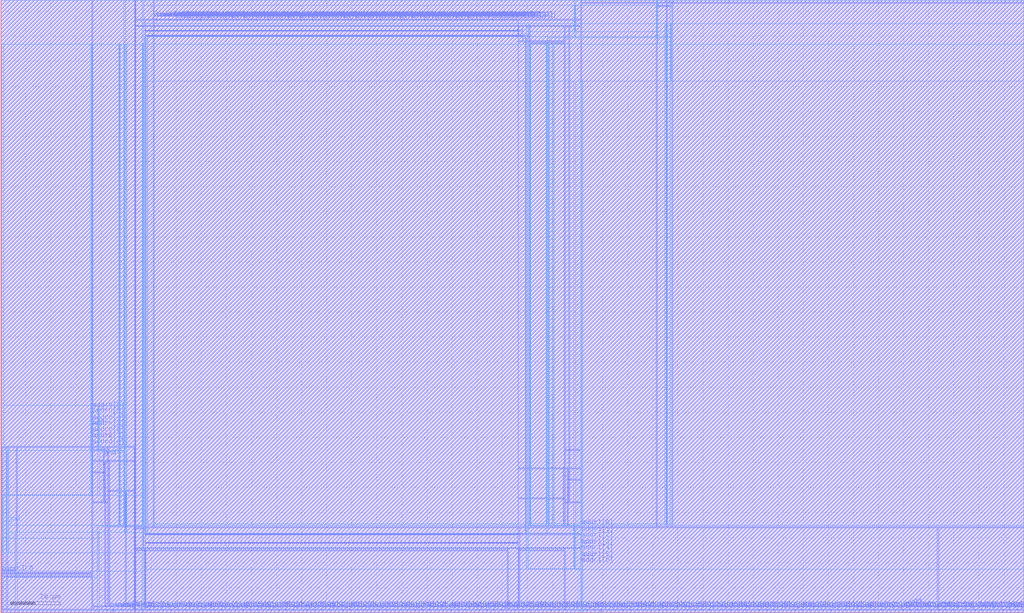
<source format=lef>
VERSION 5.4 ;
NAMESCASESENSITIVE ON ;
BUSBITCHARS "[]" ;
DIVIDERCHAR "/" ;
UNITS
  DATABASE MICRONS 2000 ;
END UNITS
MACRO freepdk45_sram_1w1r_128x124_31
   CLASS BLOCK ;
   SIZE 407.98 BY 244.585 ;
   SYMMETRY X Y R90 ;
   PIN din0[0]
      DIRECTION INPUT ;
      PORT
         LAYER metal3 ;
         RECT  53.555 1.105 53.69 1.24 ;
      END
   END din0[0]
   PIN din0[1]
      DIRECTION INPUT ;
      PORT
         LAYER metal3 ;
         RECT  56.415 1.105 56.55 1.24 ;
      END
   END din0[1]
   PIN din0[2]
      DIRECTION INPUT ;
      PORT
         LAYER metal3 ;
         RECT  59.275 1.105 59.41 1.24 ;
      END
   END din0[2]
   PIN din0[3]
      DIRECTION INPUT ;
      PORT
         LAYER metal3 ;
         RECT  62.135 1.105 62.27 1.24 ;
      END
   END din0[3]
   PIN din0[4]
      DIRECTION INPUT ;
      PORT
         LAYER metal3 ;
         RECT  64.995 1.105 65.13 1.24 ;
      END
   END din0[4]
   PIN din0[5]
      DIRECTION INPUT ;
      PORT
         LAYER metal3 ;
         RECT  67.855 1.105 67.99 1.24 ;
      END
   END din0[5]
   PIN din0[6]
      DIRECTION INPUT ;
      PORT
         LAYER metal3 ;
         RECT  70.715 1.105 70.85 1.24 ;
      END
   END din0[6]
   PIN din0[7]
      DIRECTION INPUT ;
      PORT
         LAYER metal3 ;
         RECT  73.575 1.105 73.71 1.24 ;
      END
   END din0[7]
   PIN din0[8]
      DIRECTION INPUT ;
      PORT
         LAYER metal3 ;
         RECT  76.435 1.105 76.57 1.24 ;
      END
   END din0[8]
   PIN din0[9]
      DIRECTION INPUT ;
      PORT
         LAYER metal3 ;
         RECT  79.295 1.105 79.43 1.24 ;
      END
   END din0[9]
   PIN din0[10]
      DIRECTION INPUT ;
      PORT
         LAYER metal3 ;
         RECT  82.155 1.105 82.29 1.24 ;
      END
   END din0[10]
   PIN din0[11]
      DIRECTION INPUT ;
      PORT
         LAYER metal3 ;
         RECT  85.015 1.105 85.15 1.24 ;
      END
   END din0[11]
   PIN din0[12]
      DIRECTION INPUT ;
      PORT
         LAYER metal3 ;
         RECT  87.875 1.105 88.01 1.24 ;
      END
   END din0[12]
   PIN din0[13]
      DIRECTION INPUT ;
      PORT
         LAYER metal3 ;
         RECT  90.735 1.105 90.87 1.24 ;
      END
   END din0[13]
   PIN din0[14]
      DIRECTION INPUT ;
      PORT
         LAYER metal3 ;
         RECT  93.595 1.105 93.73 1.24 ;
      END
   END din0[14]
   PIN din0[15]
      DIRECTION INPUT ;
      PORT
         LAYER metal3 ;
         RECT  96.455 1.105 96.59 1.24 ;
      END
   END din0[15]
   PIN din0[16]
      DIRECTION INPUT ;
      PORT
         LAYER metal3 ;
         RECT  99.315 1.105 99.45 1.24 ;
      END
   END din0[16]
   PIN din0[17]
      DIRECTION INPUT ;
      PORT
         LAYER metal3 ;
         RECT  102.175 1.105 102.31 1.24 ;
      END
   END din0[17]
   PIN din0[18]
      DIRECTION INPUT ;
      PORT
         LAYER metal3 ;
         RECT  105.035 1.105 105.17 1.24 ;
      END
   END din0[18]
   PIN din0[19]
      DIRECTION INPUT ;
      PORT
         LAYER metal3 ;
         RECT  107.895 1.105 108.03 1.24 ;
      END
   END din0[19]
   PIN din0[20]
      DIRECTION INPUT ;
      PORT
         LAYER metal3 ;
         RECT  110.755 1.105 110.89 1.24 ;
      END
   END din0[20]
   PIN din0[21]
      DIRECTION INPUT ;
      PORT
         LAYER metal3 ;
         RECT  113.615 1.105 113.75 1.24 ;
      END
   END din0[21]
   PIN din0[22]
      DIRECTION INPUT ;
      PORT
         LAYER metal3 ;
         RECT  116.475 1.105 116.61 1.24 ;
      END
   END din0[22]
   PIN din0[23]
      DIRECTION INPUT ;
      PORT
         LAYER metal3 ;
         RECT  119.335 1.105 119.47 1.24 ;
      END
   END din0[23]
   PIN din0[24]
      DIRECTION INPUT ;
      PORT
         LAYER metal3 ;
         RECT  122.195 1.105 122.33 1.24 ;
      END
   END din0[24]
   PIN din0[25]
      DIRECTION INPUT ;
      PORT
         LAYER metal3 ;
         RECT  125.055 1.105 125.19 1.24 ;
      END
   END din0[25]
   PIN din0[26]
      DIRECTION INPUT ;
      PORT
         LAYER metal3 ;
         RECT  127.915 1.105 128.05 1.24 ;
      END
   END din0[26]
   PIN din0[27]
      DIRECTION INPUT ;
      PORT
         LAYER metal3 ;
         RECT  130.775 1.105 130.91 1.24 ;
      END
   END din0[27]
   PIN din0[28]
      DIRECTION INPUT ;
      PORT
         LAYER metal3 ;
         RECT  133.635 1.105 133.77 1.24 ;
      END
   END din0[28]
   PIN din0[29]
      DIRECTION INPUT ;
      PORT
         LAYER metal3 ;
         RECT  136.495 1.105 136.63 1.24 ;
      END
   END din0[29]
   PIN din0[30]
      DIRECTION INPUT ;
      PORT
         LAYER metal3 ;
         RECT  139.355 1.105 139.49 1.24 ;
      END
   END din0[30]
   PIN din0[31]
      DIRECTION INPUT ;
      PORT
         LAYER metal3 ;
         RECT  142.215 1.105 142.35 1.24 ;
      END
   END din0[31]
   PIN din0[32]
      DIRECTION INPUT ;
      PORT
         LAYER metal3 ;
         RECT  145.075 1.105 145.21 1.24 ;
      END
   END din0[32]
   PIN din0[33]
      DIRECTION INPUT ;
      PORT
         LAYER metal3 ;
         RECT  147.935 1.105 148.07 1.24 ;
      END
   END din0[33]
   PIN din0[34]
      DIRECTION INPUT ;
      PORT
         LAYER metal3 ;
         RECT  150.795 1.105 150.93 1.24 ;
      END
   END din0[34]
   PIN din0[35]
      DIRECTION INPUT ;
      PORT
         LAYER metal3 ;
         RECT  153.655 1.105 153.79 1.24 ;
      END
   END din0[35]
   PIN din0[36]
      DIRECTION INPUT ;
      PORT
         LAYER metal3 ;
         RECT  156.515 1.105 156.65 1.24 ;
      END
   END din0[36]
   PIN din0[37]
      DIRECTION INPUT ;
      PORT
         LAYER metal3 ;
         RECT  159.375 1.105 159.51 1.24 ;
      END
   END din0[37]
   PIN din0[38]
      DIRECTION INPUT ;
      PORT
         LAYER metal3 ;
         RECT  162.235 1.105 162.37 1.24 ;
      END
   END din0[38]
   PIN din0[39]
      DIRECTION INPUT ;
      PORT
         LAYER metal3 ;
         RECT  165.095 1.105 165.23 1.24 ;
      END
   END din0[39]
   PIN din0[40]
      DIRECTION INPUT ;
      PORT
         LAYER metal3 ;
         RECT  167.955 1.105 168.09 1.24 ;
      END
   END din0[40]
   PIN din0[41]
      DIRECTION INPUT ;
      PORT
         LAYER metal3 ;
         RECT  170.815 1.105 170.95 1.24 ;
      END
   END din0[41]
   PIN din0[42]
      DIRECTION INPUT ;
      PORT
         LAYER metal3 ;
         RECT  173.675 1.105 173.81 1.24 ;
      END
   END din0[42]
   PIN din0[43]
      DIRECTION INPUT ;
      PORT
         LAYER metal3 ;
         RECT  176.535 1.105 176.67 1.24 ;
      END
   END din0[43]
   PIN din0[44]
      DIRECTION INPUT ;
      PORT
         LAYER metal3 ;
         RECT  179.395 1.105 179.53 1.24 ;
      END
   END din0[44]
   PIN din0[45]
      DIRECTION INPUT ;
      PORT
         LAYER metal3 ;
         RECT  182.255 1.105 182.39 1.24 ;
      END
   END din0[45]
   PIN din0[46]
      DIRECTION INPUT ;
      PORT
         LAYER metal3 ;
         RECT  185.115 1.105 185.25 1.24 ;
      END
   END din0[46]
   PIN din0[47]
      DIRECTION INPUT ;
      PORT
         LAYER metal3 ;
         RECT  187.975 1.105 188.11 1.24 ;
      END
   END din0[47]
   PIN din0[48]
      DIRECTION INPUT ;
      PORT
         LAYER metal3 ;
         RECT  190.835 1.105 190.97 1.24 ;
      END
   END din0[48]
   PIN din0[49]
      DIRECTION INPUT ;
      PORT
         LAYER metal3 ;
         RECT  193.695 1.105 193.83 1.24 ;
      END
   END din0[49]
   PIN din0[50]
      DIRECTION INPUT ;
      PORT
         LAYER metal3 ;
         RECT  196.555 1.105 196.69 1.24 ;
      END
   END din0[50]
   PIN din0[51]
      DIRECTION INPUT ;
      PORT
         LAYER metal3 ;
         RECT  199.415 1.105 199.55 1.24 ;
      END
   END din0[51]
   PIN din0[52]
      DIRECTION INPUT ;
      PORT
         LAYER metal3 ;
         RECT  202.275 1.105 202.41 1.24 ;
      END
   END din0[52]
   PIN din0[53]
      DIRECTION INPUT ;
      PORT
         LAYER metal3 ;
         RECT  205.135 1.105 205.27 1.24 ;
      END
   END din0[53]
   PIN din0[54]
      DIRECTION INPUT ;
      PORT
         LAYER metal3 ;
         RECT  207.995 1.105 208.13 1.24 ;
      END
   END din0[54]
   PIN din0[55]
      DIRECTION INPUT ;
      PORT
         LAYER metal3 ;
         RECT  210.855 1.105 210.99 1.24 ;
      END
   END din0[55]
   PIN din0[56]
      DIRECTION INPUT ;
      PORT
         LAYER metal3 ;
         RECT  213.715 1.105 213.85 1.24 ;
      END
   END din0[56]
   PIN din0[57]
      DIRECTION INPUT ;
      PORT
         LAYER metal3 ;
         RECT  216.575 1.105 216.71 1.24 ;
      END
   END din0[57]
   PIN din0[58]
      DIRECTION INPUT ;
      PORT
         LAYER metal3 ;
         RECT  219.435 1.105 219.57 1.24 ;
      END
   END din0[58]
   PIN din0[59]
      DIRECTION INPUT ;
      PORT
         LAYER metal3 ;
         RECT  222.295 1.105 222.43 1.24 ;
      END
   END din0[59]
   PIN din0[60]
      DIRECTION INPUT ;
      PORT
         LAYER metal3 ;
         RECT  225.155 1.105 225.29 1.24 ;
      END
   END din0[60]
   PIN din0[61]
      DIRECTION INPUT ;
      PORT
         LAYER metal3 ;
         RECT  228.015 1.105 228.15 1.24 ;
      END
   END din0[61]
   PIN din0[62]
      DIRECTION INPUT ;
      PORT
         LAYER metal3 ;
         RECT  230.875 1.105 231.01 1.24 ;
      END
   END din0[62]
   PIN din0[63]
      DIRECTION INPUT ;
      PORT
         LAYER metal3 ;
         RECT  233.735 1.105 233.87 1.24 ;
      END
   END din0[63]
   PIN din0[64]
      DIRECTION INPUT ;
      PORT
         LAYER metal3 ;
         RECT  236.595 1.105 236.73 1.24 ;
      END
   END din0[64]
   PIN din0[65]
      DIRECTION INPUT ;
      PORT
         LAYER metal3 ;
         RECT  239.455 1.105 239.59 1.24 ;
      END
   END din0[65]
   PIN din0[66]
      DIRECTION INPUT ;
      PORT
         LAYER metal3 ;
         RECT  242.315 1.105 242.45 1.24 ;
      END
   END din0[66]
   PIN din0[67]
      DIRECTION INPUT ;
      PORT
         LAYER metal3 ;
         RECT  245.175 1.105 245.31 1.24 ;
      END
   END din0[67]
   PIN din0[68]
      DIRECTION INPUT ;
      PORT
         LAYER metal3 ;
         RECT  248.035 1.105 248.17 1.24 ;
      END
   END din0[68]
   PIN din0[69]
      DIRECTION INPUT ;
      PORT
         LAYER metal3 ;
         RECT  250.895 1.105 251.03 1.24 ;
      END
   END din0[69]
   PIN din0[70]
      DIRECTION INPUT ;
      PORT
         LAYER metal3 ;
         RECT  253.755 1.105 253.89 1.24 ;
      END
   END din0[70]
   PIN din0[71]
      DIRECTION INPUT ;
      PORT
         LAYER metal3 ;
         RECT  256.615 1.105 256.75 1.24 ;
      END
   END din0[71]
   PIN din0[72]
      DIRECTION INPUT ;
      PORT
         LAYER metal3 ;
         RECT  259.475 1.105 259.61 1.24 ;
      END
   END din0[72]
   PIN din0[73]
      DIRECTION INPUT ;
      PORT
         LAYER metal3 ;
         RECT  262.335 1.105 262.47 1.24 ;
      END
   END din0[73]
   PIN din0[74]
      DIRECTION INPUT ;
      PORT
         LAYER metal3 ;
         RECT  265.195 1.105 265.33 1.24 ;
      END
   END din0[74]
   PIN din0[75]
      DIRECTION INPUT ;
      PORT
         LAYER metal3 ;
         RECT  268.055 1.105 268.19 1.24 ;
      END
   END din0[75]
   PIN din0[76]
      DIRECTION INPUT ;
      PORT
         LAYER metal3 ;
         RECT  270.915 1.105 271.05 1.24 ;
      END
   END din0[76]
   PIN din0[77]
      DIRECTION INPUT ;
      PORT
         LAYER metal3 ;
         RECT  273.775 1.105 273.91 1.24 ;
      END
   END din0[77]
   PIN din0[78]
      DIRECTION INPUT ;
      PORT
         LAYER metal3 ;
         RECT  276.635 1.105 276.77 1.24 ;
      END
   END din0[78]
   PIN din0[79]
      DIRECTION INPUT ;
      PORT
         LAYER metal3 ;
         RECT  279.495 1.105 279.63 1.24 ;
      END
   END din0[79]
   PIN din0[80]
      DIRECTION INPUT ;
      PORT
         LAYER metal3 ;
         RECT  282.355 1.105 282.49 1.24 ;
      END
   END din0[80]
   PIN din0[81]
      DIRECTION INPUT ;
      PORT
         LAYER metal3 ;
         RECT  285.215 1.105 285.35 1.24 ;
      END
   END din0[81]
   PIN din0[82]
      DIRECTION INPUT ;
      PORT
         LAYER metal3 ;
         RECT  288.075 1.105 288.21 1.24 ;
      END
   END din0[82]
   PIN din0[83]
      DIRECTION INPUT ;
      PORT
         LAYER metal3 ;
         RECT  290.935 1.105 291.07 1.24 ;
      END
   END din0[83]
   PIN din0[84]
      DIRECTION INPUT ;
      PORT
         LAYER metal3 ;
         RECT  293.795 1.105 293.93 1.24 ;
      END
   END din0[84]
   PIN din0[85]
      DIRECTION INPUT ;
      PORT
         LAYER metal3 ;
         RECT  296.655 1.105 296.79 1.24 ;
      END
   END din0[85]
   PIN din0[86]
      DIRECTION INPUT ;
      PORT
         LAYER metal3 ;
         RECT  299.515 1.105 299.65 1.24 ;
      END
   END din0[86]
   PIN din0[87]
      DIRECTION INPUT ;
      PORT
         LAYER metal3 ;
         RECT  302.375 1.105 302.51 1.24 ;
      END
   END din0[87]
   PIN din0[88]
      DIRECTION INPUT ;
      PORT
         LAYER metal3 ;
         RECT  305.235 1.105 305.37 1.24 ;
      END
   END din0[88]
   PIN din0[89]
      DIRECTION INPUT ;
      PORT
         LAYER metal3 ;
         RECT  308.095 1.105 308.23 1.24 ;
      END
   END din0[89]
   PIN din0[90]
      DIRECTION INPUT ;
      PORT
         LAYER metal3 ;
         RECT  310.955 1.105 311.09 1.24 ;
      END
   END din0[90]
   PIN din0[91]
      DIRECTION INPUT ;
      PORT
         LAYER metal3 ;
         RECT  313.815 1.105 313.95 1.24 ;
      END
   END din0[91]
   PIN din0[92]
      DIRECTION INPUT ;
      PORT
         LAYER metal3 ;
         RECT  316.675 1.105 316.81 1.24 ;
      END
   END din0[92]
   PIN din0[93]
      DIRECTION INPUT ;
      PORT
         LAYER metal3 ;
         RECT  319.535 1.105 319.67 1.24 ;
      END
   END din0[93]
   PIN din0[94]
      DIRECTION INPUT ;
      PORT
         LAYER metal3 ;
         RECT  322.395 1.105 322.53 1.24 ;
      END
   END din0[94]
   PIN din0[95]
      DIRECTION INPUT ;
      PORT
         LAYER metal3 ;
         RECT  325.255 1.105 325.39 1.24 ;
      END
   END din0[95]
   PIN din0[96]
      DIRECTION INPUT ;
      PORT
         LAYER metal3 ;
         RECT  328.115 1.105 328.25 1.24 ;
      END
   END din0[96]
   PIN din0[97]
      DIRECTION INPUT ;
      PORT
         LAYER metal3 ;
         RECT  330.975 1.105 331.11 1.24 ;
      END
   END din0[97]
   PIN din0[98]
      DIRECTION INPUT ;
      PORT
         LAYER metal3 ;
         RECT  333.835 1.105 333.97 1.24 ;
      END
   END din0[98]
   PIN din0[99]
      DIRECTION INPUT ;
      PORT
         LAYER metal3 ;
         RECT  336.695 1.105 336.83 1.24 ;
      END
   END din0[99]
   PIN din0[100]
      DIRECTION INPUT ;
      PORT
         LAYER metal3 ;
         RECT  339.555 1.105 339.69 1.24 ;
      END
   END din0[100]
   PIN din0[101]
      DIRECTION INPUT ;
      PORT
         LAYER metal3 ;
         RECT  342.415 1.105 342.55 1.24 ;
      END
   END din0[101]
   PIN din0[102]
      DIRECTION INPUT ;
      PORT
         LAYER metal3 ;
         RECT  345.275 1.105 345.41 1.24 ;
      END
   END din0[102]
   PIN din0[103]
      DIRECTION INPUT ;
      PORT
         LAYER metal3 ;
         RECT  348.135 1.105 348.27 1.24 ;
      END
   END din0[103]
   PIN din0[104]
      DIRECTION INPUT ;
      PORT
         LAYER metal3 ;
         RECT  350.995 1.105 351.13 1.24 ;
      END
   END din0[104]
   PIN din0[105]
      DIRECTION INPUT ;
      PORT
         LAYER metal3 ;
         RECT  353.855 1.105 353.99 1.24 ;
      END
   END din0[105]
   PIN din0[106]
      DIRECTION INPUT ;
      PORT
         LAYER metal3 ;
         RECT  356.715 1.105 356.85 1.24 ;
      END
   END din0[106]
   PIN din0[107]
      DIRECTION INPUT ;
      PORT
         LAYER metal3 ;
         RECT  359.575 1.105 359.71 1.24 ;
      END
   END din0[107]
   PIN din0[108]
      DIRECTION INPUT ;
      PORT
         LAYER metal3 ;
         RECT  362.435 1.105 362.57 1.24 ;
      END
   END din0[108]
   PIN din0[109]
      DIRECTION INPUT ;
      PORT
         LAYER metal3 ;
         RECT  365.295 1.105 365.43 1.24 ;
      END
   END din0[109]
   PIN din0[110]
      DIRECTION INPUT ;
      PORT
         LAYER metal3 ;
         RECT  368.155 1.105 368.29 1.24 ;
      END
   END din0[110]
   PIN din0[111]
      DIRECTION INPUT ;
      PORT
         LAYER metal3 ;
         RECT  371.015 1.105 371.15 1.24 ;
      END
   END din0[111]
   PIN din0[112]
      DIRECTION INPUT ;
      PORT
         LAYER metal3 ;
         RECT  373.875 1.105 374.01 1.24 ;
      END
   END din0[112]
   PIN din0[113]
      DIRECTION INPUT ;
      PORT
         LAYER metal3 ;
         RECT  376.735 1.105 376.87 1.24 ;
      END
   END din0[113]
   PIN din0[114]
      DIRECTION INPUT ;
      PORT
         LAYER metal3 ;
         RECT  379.595 1.105 379.73 1.24 ;
      END
   END din0[114]
   PIN din0[115]
      DIRECTION INPUT ;
      PORT
         LAYER metal3 ;
         RECT  382.455 1.105 382.59 1.24 ;
      END
   END din0[115]
   PIN din0[116]
      DIRECTION INPUT ;
      PORT
         LAYER metal3 ;
         RECT  385.315 1.105 385.45 1.24 ;
      END
   END din0[116]
   PIN din0[117]
      DIRECTION INPUT ;
      PORT
         LAYER metal3 ;
         RECT  388.175 1.105 388.31 1.24 ;
      END
   END din0[117]
   PIN din0[118]
      DIRECTION INPUT ;
      PORT
         LAYER metal3 ;
         RECT  391.035 1.105 391.17 1.24 ;
      END
   END din0[118]
   PIN din0[119]
      DIRECTION INPUT ;
      PORT
         LAYER metal3 ;
         RECT  393.895 1.105 394.03 1.24 ;
      END
   END din0[119]
   PIN din0[120]
      DIRECTION INPUT ;
      PORT
         LAYER metal3 ;
         RECT  396.755 1.105 396.89 1.24 ;
      END
   END din0[120]
   PIN din0[121]
      DIRECTION INPUT ;
      PORT
         LAYER metal3 ;
         RECT  399.615 1.105 399.75 1.24 ;
      END
   END din0[121]
   PIN din0[122]
      DIRECTION INPUT ;
      PORT
         LAYER metal3 ;
         RECT  402.475 1.105 402.61 1.24 ;
      END
   END din0[122]
   PIN din0[123]
      DIRECTION INPUT ;
      PORT
         LAYER metal3 ;
         RECT  405.335 1.105 405.47 1.24 ;
      END
   END din0[123]
   PIN addr0[0]
      DIRECTION INPUT ;
      PORT
         LAYER metal3 ;
         RECT  36.395 66.0725 36.53 66.2075 ;
      END
   END addr0[0]
   PIN addr0[1]
      DIRECTION INPUT ;
      PORT
         LAYER metal3 ;
         RECT  36.395 68.8025 36.53 68.9375 ;
      END
   END addr0[1]
   PIN addr0[2]
      DIRECTION INPUT ;
      PORT
         LAYER metal3 ;
         RECT  36.395 71.0125 36.53 71.1475 ;
      END
   END addr0[2]
   PIN addr0[3]
      DIRECTION INPUT ;
      PORT
         LAYER metal3 ;
         RECT  36.395 73.7425 36.53 73.8775 ;
      END
   END addr0[3]
   PIN addr0[4]
      DIRECTION INPUT ;
      PORT
         LAYER metal3 ;
         RECT  36.395 75.9525 36.53 76.0875 ;
      END
   END addr0[4]
   PIN addr0[5]
      DIRECTION INPUT ;
      PORT
         LAYER metal3 ;
         RECT  36.395 78.6825 36.53 78.8175 ;
      END
   END addr0[5]
   PIN addr0[6]
      DIRECTION INPUT ;
      PORT
         LAYER metal3 ;
         RECT  36.395 80.8925 36.53 81.0275 ;
      END
   END addr0[6]
   PIN addr1[0]
      DIRECTION INPUT ;
      PORT
         LAYER metal3 ;
         RECT  231.305 33.9625 231.44 34.0975 ;
      END
   END addr1[0]
   PIN addr1[1]
      DIRECTION INPUT ;
      PORT
         LAYER metal3 ;
         RECT  231.305 31.2325 231.44 31.3675 ;
      END
   END addr1[1]
   PIN addr1[2]
      DIRECTION INPUT ;
      PORT
         LAYER metal3 ;
         RECT  231.305 29.0225 231.44 29.1575 ;
      END
   END addr1[2]
   PIN addr1[3]
      DIRECTION INPUT ;
      PORT
         LAYER metal3 ;
         RECT  231.305 26.2925 231.44 26.4275 ;
      END
   END addr1[3]
   PIN addr1[4]
      DIRECTION INPUT ;
      PORT
         LAYER metal3 ;
         RECT  231.305 24.0825 231.44 24.2175 ;
      END
   END addr1[4]
   PIN addr1[5]
      DIRECTION INPUT ;
      PORT
         LAYER metal3 ;
         RECT  231.305 21.3525 231.44 21.4875 ;
      END
   END addr1[5]
   PIN addr1[6]
      DIRECTION INPUT ;
      PORT
         LAYER metal3 ;
         RECT  231.305 19.1425 231.44 19.2775 ;
      END
   END addr1[6]
   PIN csb0
      DIRECTION INPUT ;
      PORT
         LAYER metal3 ;
         RECT  0.285 15.5025 0.42 15.6375 ;
      END
   END csb0
   PIN csb1
      DIRECTION INPUT ;
      PORT
         LAYER metal3 ;
         RECT  267.555 243.3425 267.69 243.4775 ;
      END
   END csb1
   PIN clk0
      DIRECTION INPUT ;
      PORT
         LAYER metal3 ;
         RECT  6.2475 15.5875 6.3825 15.7225 ;
      END
   END clk0
   PIN clk1
      DIRECTION INPUT ;
      PORT
         LAYER metal3 ;
         RECT  261.4525 243.2575 261.5875 243.3925 ;
      END
   END clk1
   PIN wmask0[0]
      DIRECTION INPUT ;
      PORT
         LAYER metal3 ;
         RECT  42.115 1.105 42.25 1.24 ;
      END
   END wmask0[0]
   PIN wmask0[1]
      DIRECTION INPUT ;
      PORT
         LAYER metal3 ;
         RECT  44.975 1.105 45.11 1.24 ;
      END
   END wmask0[1]
   PIN wmask0[2]
      DIRECTION INPUT ;
      PORT
         LAYER metal3 ;
         RECT  47.835 1.105 47.97 1.24 ;
      END
   END wmask0[2]
   PIN wmask0[3]
      DIRECTION INPUT ;
      PORT
         LAYER metal3 ;
         RECT  50.695 1.105 50.83 1.24 ;
      END
   END wmask0[3]
   PIN dout1[0]
      DIRECTION OUTPUT ;
      PORT
         LAYER metal3 ;
         RECT  60.9375 236.6325 61.0725 236.7675 ;
      END
   END dout1[0]
   PIN dout1[1]
      DIRECTION OUTPUT ;
      PORT
         LAYER metal3 ;
         RECT  62.1125 236.6325 62.2475 236.7675 ;
      END
   END dout1[1]
   PIN dout1[2]
      DIRECTION OUTPUT ;
      PORT
         LAYER metal3 ;
         RECT  63.2875 236.6325 63.4225 236.7675 ;
      END
   END dout1[2]
   PIN dout1[3]
      DIRECTION OUTPUT ;
      PORT
         LAYER metal3 ;
         RECT  64.4625 236.6325 64.5975 236.7675 ;
      END
   END dout1[3]
   PIN dout1[4]
      DIRECTION OUTPUT ;
      PORT
         LAYER metal3 ;
         RECT  65.6375 236.6325 65.7725 236.7675 ;
      END
   END dout1[4]
   PIN dout1[5]
      DIRECTION OUTPUT ;
      PORT
         LAYER metal3 ;
         RECT  66.8125 236.6325 66.9475 236.7675 ;
      END
   END dout1[5]
   PIN dout1[6]
      DIRECTION OUTPUT ;
      PORT
         LAYER metal3 ;
         RECT  67.9875 236.6325 68.1225 236.7675 ;
      END
   END dout1[6]
   PIN dout1[7]
      DIRECTION OUTPUT ;
      PORT
         LAYER metal3 ;
         RECT  69.1625 236.6325 69.2975 236.7675 ;
      END
   END dout1[7]
   PIN dout1[8]
      DIRECTION OUTPUT ;
      PORT
         LAYER metal3 ;
         RECT  70.3375 236.6325 70.4725 236.7675 ;
      END
   END dout1[8]
   PIN dout1[9]
      DIRECTION OUTPUT ;
      PORT
         LAYER metal3 ;
         RECT  71.5125 236.6325 71.6475 236.7675 ;
      END
   END dout1[9]
   PIN dout1[10]
      DIRECTION OUTPUT ;
      PORT
         LAYER metal3 ;
         RECT  72.6875 236.6325 72.8225 236.7675 ;
      END
   END dout1[10]
   PIN dout1[11]
      DIRECTION OUTPUT ;
      PORT
         LAYER metal3 ;
         RECT  73.8625 236.6325 73.9975 236.7675 ;
      END
   END dout1[11]
   PIN dout1[12]
      DIRECTION OUTPUT ;
      PORT
         LAYER metal3 ;
         RECT  75.0375 236.6325 75.1725 236.7675 ;
      END
   END dout1[12]
   PIN dout1[13]
      DIRECTION OUTPUT ;
      PORT
         LAYER metal3 ;
         RECT  76.2125 236.6325 76.3475 236.7675 ;
      END
   END dout1[13]
   PIN dout1[14]
      DIRECTION OUTPUT ;
      PORT
         LAYER metal3 ;
         RECT  77.3875 236.6325 77.5225 236.7675 ;
      END
   END dout1[14]
   PIN dout1[15]
      DIRECTION OUTPUT ;
      PORT
         LAYER metal3 ;
         RECT  78.5625 236.6325 78.6975 236.7675 ;
      END
   END dout1[15]
   PIN dout1[16]
      DIRECTION OUTPUT ;
      PORT
         LAYER metal3 ;
         RECT  79.7375 236.6325 79.8725 236.7675 ;
      END
   END dout1[16]
   PIN dout1[17]
      DIRECTION OUTPUT ;
      PORT
         LAYER metal3 ;
         RECT  80.9125 236.6325 81.0475 236.7675 ;
      END
   END dout1[17]
   PIN dout1[18]
      DIRECTION OUTPUT ;
      PORT
         LAYER metal3 ;
         RECT  82.0875 236.6325 82.2225 236.7675 ;
      END
   END dout1[18]
   PIN dout1[19]
      DIRECTION OUTPUT ;
      PORT
         LAYER metal3 ;
         RECT  83.2625 236.6325 83.3975 236.7675 ;
      END
   END dout1[19]
   PIN dout1[20]
      DIRECTION OUTPUT ;
      PORT
         LAYER metal3 ;
         RECT  84.4375 236.6325 84.5725 236.7675 ;
      END
   END dout1[20]
   PIN dout1[21]
      DIRECTION OUTPUT ;
      PORT
         LAYER metal3 ;
         RECT  85.6125 236.6325 85.7475 236.7675 ;
      END
   END dout1[21]
   PIN dout1[22]
      DIRECTION OUTPUT ;
      PORT
         LAYER metal3 ;
         RECT  86.7875 236.6325 86.9225 236.7675 ;
      END
   END dout1[22]
   PIN dout1[23]
      DIRECTION OUTPUT ;
      PORT
         LAYER metal3 ;
         RECT  87.9625 236.6325 88.0975 236.7675 ;
      END
   END dout1[23]
   PIN dout1[24]
      DIRECTION OUTPUT ;
      PORT
         LAYER metal3 ;
         RECT  89.1375 236.6325 89.2725 236.7675 ;
      END
   END dout1[24]
   PIN dout1[25]
      DIRECTION OUTPUT ;
      PORT
         LAYER metal3 ;
         RECT  90.3125 236.6325 90.4475 236.7675 ;
      END
   END dout1[25]
   PIN dout1[26]
      DIRECTION OUTPUT ;
      PORT
         LAYER metal3 ;
         RECT  91.4875 236.6325 91.6225 236.7675 ;
      END
   END dout1[26]
   PIN dout1[27]
      DIRECTION OUTPUT ;
      PORT
         LAYER metal3 ;
         RECT  92.6625 236.6325 92.7975 236.7675 ;
      END
   END dout1[27]
   PIN dout1[28]
      DIRECTION OUTPUT ;
      PORT
         LAYER metal3 ;
         RECT  93.8375 236.6325 93.9725 236.7675 ;
      END
   END dout1[28]
   PIN dout1[29]
      DIRECTION OUTPUT ;
      PORT
         LAYER metal3 ;
         RECT  95.0125 236.6325 95.1475 236.7675 ;
      END
   END dout1[29]
   PIN dout1[30]
      DIRECTION OUTPUT ;
      PORT
         LAYER metal3 ;
         RECT  96.1875 236.6325 96.3225 236.7675 ;
      END
   END dout1[30]
   PIN dout1[31]
      DIRECTION OUTPUT ;
      PORT
         LAYER metal3 ;
         RECT  97.3625 236.6325 97.4975 236.7675 ;
      END
   END dout1[31]
   PIN dout1[32]
      DIRECTION OUTPUT ;
      PORT
         LAYER metal3 ;
         RECT  98.5375 236.6325 98.6725 236.7675 ;
      END
   END dout1[32]
   PIN dout1[33]
      DIRECTION OUTPUT ;
      PORT
         LAYER metal3 ;
         RECT  99.7125 236.6325 99.8475 236.7675 ;
      END
   END dout1[33]
   PIN dout1[34]
      DIRECTION OUTPUT ;
      PORT
         LAYER metal3 ;
         RECT  100.8875 236.6325 101.0225 236.7675 ;
      END
   END dout1[34]
   PIN dout1[35]
      DIRECTION OUTPUT ;
      PORT
         LAYER metal3 ;
         RECT  102.0625 236.6325 102.1975 236.7675 ;
      END
   END dout1[35]
   PIN dout1[36]
      DIRECTION OUTPUT ;
      PORT
         LAYER metal3 ;
         RECT  103.2375 236.6325 103.3725 236.7675 ;
      END
   END dout1[36]
   PIN dout1[37]
      DIRECTION OUTPUT ;
      PORT
         LAYER metal3 ;
         RECT  104.4125 236.6325 104.5475 236.7675 ;
      END
   END dout1[37]
   PIN dout1[38]
      DIRECTION OUTPUT ;
      PORT
         LAYER metal3 ;
         RECT  105.5875 236.6325 105.7225 236.7675 ;
      END
   END dout1[38]
   PIN dout1[39]
      DIRECTION OUTPUT ;
      PORT
         LAYER metal3 ;
         RECT  106.7625 236.6325 106.8975 236.7675 ;
      END
   END dout1[39]
   PIN dout1[40]
      DIRECTION OUTPUT ;
      PORT
         LAYER metal3 ;
         RECT  107.9375 236.6325 108.0725 236.7675 ;
      END
   END dout1[40]
   PIN dout1[41]
      DIRECTION OUTPUT ;
      PORT
         LAYER metal3 ;
         RECT  109.1125 236.6325 109.2475 236.7675 ;
      END
   END dout1[41]
   PIN dout1[42]
      DIRECTION OUTPUT ;
      PORT
         LAYER metal3 ;
         RECT  110.2875 236.6325 110.4225 236.7675 ;
      END
   END dout1[42]
   PIN dout1[43]
      DIRECTION OUTPUT ;
      PORT
         LAYER metal3 ;
         RECT  111.4625 236.6325 111.5975 236.7675 ;
      END
   END dout1[43]
   PIN dout1[44]
      DIRECTION OUTPUT ;
      PORT
         LAYER metal3 ;
         RECT  112.6375 236.6325 112.7725 236.7675 ;
      END
   END dout1[44]
   PIN dout1[45]
      DIRECTION OUTPUT ;
      PORT
         LAYER metal3 ;
         RECT  113.8125 236.6325 113.9475 236.7675 ;
      END
   END dout1[45]
   PIN dout1[46]
      DIRECTION OUTPUT ;
      PORT
         LAYER metal3 ;
         RECT  114.9875 236.6325 115.1225 236.7675 ;
      END
   END dout1[46]
   PIN dout1[47]
      DIRECTION OUTPUT ;
      PORT
         LAYER metal3 ;
         RECT  116.1625 236.6325 116.2975 236.7675 ;
      END
   END dout1[47]
   PIN dout1[48]
      DIRECTION OUTPUT ;
      PORT
         LAYER metal3 ;
         RECT  117.3375 236.6325 117.4725 236.7675 ;
      END
   END dout1[48]
   PIN dout1[49]
      DIRECTION OUTPUT ;
      PORT
         LAYER metal3 ;
         RECT  118.5125 236.6325 118.6475 236.7675 ;
      END
   END dout1[49]
   PIN dout1[50]
      DIRECTION OUTPUT ;
      PORT
         LAYER metal3 ;
         RECT  119.6875 236.6325 119.8225 236.7675 ;
      END
   END dout1[50]
   PIN dout1[51]
      DIRECTION OUTPUT ;
      PORT
         LAYER metal3 ;
         RECT  120.8625 236.6325 120.9975 236.7675 ;
      END
   END dout1[51]
   PIN dout1[52]
      DIRECTION OUTPUT ;
      PORT
         LAYER metal3 ;
         RECT  122.0375 236.6325 122.1725 236.7675 ;
      END
   END dout1[52]
   PIN dout1[53]
      DIRECTION OUTPUT ;
      PORT
         LAYER metal3 ;
         RECT  123.2125 236.6325 123.3475 236.7675 ;
      END
   END dout1[53]
   PIN dout1[54]
      DIRECTION OUTPUT ;
      PORT
         LAYER metal3 ;
         RECT  124.3875 236.6325 124.5225 236.7675 ;
      END
   END dout1[54]
   PIN dout1[55]
      DIRECTION OUTPUT ;
      PORT
         LAYER metal3 ;
         RECT  125.5625 236.6325 125.6975 236.7675 ;
      END
   END dout1[55]
   PIN dout1[56]
      DIRECTION OUTPUT ;
      PORT
         LAYER metal3 ;
         RECT  126.7375 236.6325 126.8725 236.7675 ;
      END
   END dout1[56]
   PIN dout1[57]
      DIRECTION OUTPUT ;
      PORT
         LAYER metal3 ;
         RECT  127.9125 236.6325 128.0475 236.7675 ;
      END
   END dout1[57]
   PIN dout1[58]
      DIRECTION OUTPUT ;
      PORT
         LAYER metal3 ;
         RECT  129.0875 236.6325 129.2225 236.7675 ;
      END
   END dout1[58]
   PIN dout1[59]
      DIRECTION OUTPUT ;
      PORT
         LAYER metal3 ;
         RECT  130.2625 236.6325 130.3975 236.7675 ;
      END
   END dout1[59]
   PIN dout1[60]
      DIRECTION OUTPUT ;
      PORT
         LAYER metal3 ;
         RECT  131.4375 236.6325 131.5725 236.7675 ;
      END
   END dout1[60]
   PIN dout1[61]
      DIRECTION OUTPUT ;
      PORT
         LAYER metal3 ;
         RECT  132.6125 236.6325 132.7475 236.7675 ;
      END
   END dout1[61]
   PIN dout1[62]
      DIRECTION OUTPUT ;
      PORT
         LAYER metal3 ;
         RECT  133.7875 236.6325 133.9225 236.7675 ;
      END
   END dout1[62]
   PIN dout1[63]
      DIRECTION OUTPUT ;
      PORT
         LAYER metal3 ;
         RECT  134.9625 236.6325 135.0975 236.7675 ;
      END
   END dout1[63]
   PIN dout1[64]
      DIRECTION OUTPUT ;
      PORT
         LAYER metal3 ;
         RECT  136.1375 236.6325 136.2725 236.7675 ;
      END
   END dout1[64]
   PIN dout1[65]
      DIRECTION OUTPUT ;
      PORT
         LAYER metal3 ;
         RECT  137.3125 236.6325 137.4475 236.7675 ;
      END
   END dout1[65]
   PIN dout1[66]
      DIRECTION OUTPUT ;
      PORT
         LAYER metal3 ;
         RECT  138.4875 236.6325 138.6225 236.7675 ;
      END
   END dout1[66]
   PIN dout1[67]
      DIRECTION OUTPUT ;
      PORT
         LAYER metal3 ;
         RECT  139.6625 236.6325 139.7975 236.7675 ;
      END
   END dout1[67]
   PIN dout1[68]
      DIRECTION OUTPUT ;
      PORT
         LAYER metal3 ;
         RECT  140.8375 236.6325 140.9725 236.7675 ;
      END
   END dout1[68]
   PIN dout1[69]
      DIRECTION OUTPUT ;
      PORT
         LAYER metal3 ;
         RECT  142.0125 236.6325 142.1475 236.7675 ;
      END
   END dout1[69]
   PIN dout1[70]
      DIRECTION OUTPUT ;
      PORT
         LAYER metal3 ;
         RECT  143.1875 236.6325 143.3225 236.7675 ;
      END
   END dout1[70]
   PIN dout1[71]
      DIRECTION OUTPUT ;
      PORT
         LAYER metal3 ;
         RECT  144.3625 236.6325 144.4975 236.7675 ;
      END
   END dout1[71]
   PIN dout1[72]
      DIRECTION OUTPUT ;
      PORT
         LAYER metal3 ;
         RECT  145.5375 236.6325 145.6725 236.7675 ;
      END
   END dout1[72]
   PIN dout1[73]
      DIRECTION OUTPUT ;
      PORT
         LAYER metal3 ;
         RECT  146.7125 236.6325 146.8475 236.7675 ;
      END
   END dout1[73]
   PIN dout1[74]
      DIRECTION OUTPUT ;
      PORT
         LAYER metal3 ;
         RECT  147.8875 236.6325 148.0225 236.7675 ;
      END
   END dout1[74]
   PIN dout1[75]
      DIRECTION OUTPUT ;
      PORT
         LAYER metal3 ;
         RECT  149.0625 236.6325 149.1975 236.7675 ;
      END
   END dout1[75]
   PIN dout1[76]
      DIRECTION OUTPUT ;
      PORT
         LAYER metal3 ;
         RECT  150.2375 236.6325 150.3725 236.7675 ;
      END
   END dout1[76]
   PIN dout1[77]
      DIRECTION OUTPUT ;
      PORT
         LAYER metal3 ;
         RECT  151.4125 236.6325 151.5475 236.7675 ;
      END
   END dout1[77]
   PIN dout1[78]
      DIRECTION OUTPUT ;
      PORT
         LAYER metal3 ;
         RECT  152.5875 236.6325 152.7225 236.7675 ;
      END
   END dout1[78]
   PIN dout1[79]
      DIRECTION OUTPUT ;
      PORT
         LAYER metal3 ;
         RECT  153.7625 236.6325 153.8975 236.7675 ;
      END
   END dout1[79]
   PIN dout1[80]
      DIRECTION OUTPUT ;
      PORT
         LAYER metal3 ;
         RECT  154.9375 236.6325 155.0725 236.7675 ;
      END
   END dout1[80]
   PIN dout1[81]
      DIRECTION OUTPUT ;
      PORT
         LAYER metal3 ;
         RECT  156.1125 236.6325 156.2475 236.7675 ;
      END
   END dout1[81]
   PIN dout1[82]
      DIRECTION OUTPUT ;
      PORT
         LAYER metal3 ;
         RECT  157.2875 236.6325 157.4225 236.7675 ;
      END
   END dout1[82]
   PIN dout1[83]
      DIRECTION OUTPUT ;
      PORT
         LAYER metal3 ;
         RECT  158.4625 236.6325 158.5975 236.7675 ;
      END
   END dout1[83]
   PIN dout1[84]
      DIRECTION OUTPUT ;
      PORT
         LAYER metal3 ;
         RECT  159.6375 236.6325 159.7725 236.7675 ;
      END
   END dout1[84]
   PIN dout1[85]
      DIRECTION OUTPUT ;
      PORT
         LAYER metal3 ;
         RECT  160.8125 236.6325 160.9475 236.7675 ;
      END
   END dout1[85]
   PIN dout1[86]
      DIRECTION OUTPUT ;
      PORT
         LAYER metal3 ;
         RECT  161.9875 236.6325 162.1225 236.7675 ;
      END
   END dout1[86]
   PIN dout1[87]
      DIRECTION OUTPUT ;
      PORT
         LAYER metal3 ;
         RECT  163.1625 236.6325 163.2975 236.7675 ;
      END
   END dout1[87]
   PIN dout1[88]
      DIRECTION OUTPUT ;
      PORT
         LAYER metal3 ;
         RECT  164.3375 236.6325 164.4725 236.7675 ;
      END
   END dout1[88]
   PIN dout1[89]
      DIRECTION OUTPUT ;
      PORT
         LAYER metal3 ;
         RECT  165.5125 236.6325 165.6475 236.7675 ;
      END
   END dout1[89]
   PIN dout1[90]
      DIRECTION OUTPUT ;
      PORT
         LAYER metal3 ;
         RECT  166.6875 236.6325 166.8225 236.7675 ;
      END
   END dout1[90]
   PIN dout1[91]
      DIRECTION OUTPUT ;
      PORT
         LAYER metal3 ;
         RECT  167.8625 236.6325 167.9975 236.7675 ;
      END
   END dout1[91]
   PIN dout1[92]
      DIRECTION OUTPUT ;
      PORT
         LAYER metal3 ;
         RECT  169.0375 236.6325 169.1725 236.7675 ;
      END
   END dout1[92]
   PIN dout1[93]
      DIRECTION OUTPUT ;
      PORT
         LAYER metal3 ;
         RECT  170.2125 236.6325 170.3475 236.7675 ;
      END
   END dout1[93]
   PIN dout1[94]
      DIRECTION OUTPUT ;
      PORT
         LAYER metal3 ;
         RECT  171.3875 236.6325 171.5225 236.7675 ;
      END
   END dout1[94]
   PIN dout1[95]
      DIRECTION OUTPUT ;
      PORT
         LAYER metal3 ;
         RECT  172.5625 236.6325 172.6975 236.7675 ;
      END
   END dout1[95]
   PIN dout1[96]
      DIRECTION OUTPUT ;
      PORT
         LAYER metal3 ;
         RECT  173.7375 236.6325 173.8725 236.7675 ;
      END
   END dout1[96]
   PIN dout1[97]
      DIRECTION OUTPUT ;
      PORT
         LAYER metal3 ;
         RECT  174.9125 236.6325 175.0475 236.7675 ;
      END
   END dout1[97]
   PIN dout1[98]
      DIRECTION OUTPUT ;
      PORT
         LAYER metal3 ;
         RECT  176.0875 236.6325 176.2225 236.7675 ;
      END
   END dout1[98]
   PIN dout1[99]
      DIRECTION OUTPUT ;
      PORT
         LAYER metal3 ;
         RECT  177.2625 236.6325 177.3975 236.7675 ;
      END
   END dout1[99]
   PIN dout1[100]
      DIRECTION OUTPUT ;
      PORT
         LAYER metal3 ;
         RECT  178.4375 236.6325 178.5725 236.7675 ;
      END
   END dout1[100]
   PIN dout1[101]
      DIRECTION OUTPUT ;
      PORT
         LAYER metal3 ;
         RECT  179.6125 236.6325 179.7475 236.7675 ;
      END
   END dout1[101]
   PIN dout1[102]
      DIRECTION OUTPUT ;
      PORT
         LAYER metal3 ;
         RECT  180.7875 236.6325 180.9225 236.7675 ;
      END
   END dout1[102]
   PIN dout1[103]
      DIRECTION OUTPUT ;
      PORT
         LAYER metal3 ;
         RECT  181.9625 236.6325 182.0975 236.7675 ;
      END
   END dout1[103]
   PIN dout1[104]
      DIRECTION OUTPUT ;
      PORT
         LAYER metal3 ;
         RECT  183.1375 236.6325 183.2725 236.7675 ;
      END
   END dout1[104]
   PIN dout1[105]
      DIRECTION OUTPUT ;
      PORT
         LAYER metal3 ;
         RECT  184.3125 236.6325 184.4475 236.7675 ;
      END
   END dout1[105]
   PIN dout1[106]
      DIRECTION OUTPUT ;
      PORT
         LAYER metal3 ;
         RECT  185.4875 236.6325 185.6225 236.7675 ;
      END
   END dout1[106]
   PIN dout1[107]
      DIRECTION OUTPUT ;
      PORT
         LAYER metal3 ;
         RECT  186.6625 236.6325 186.7975 236.7675 ;
      END
   END dout1[107]
   PIN dout1[108]
      DIRECTION OUTPUT ;
      PORT
         LAYER metal3 ;
         RECT  187.8375 236.6325 187.9725 236.7675 ;
      END
   END dout1[108]
   PIN dout1[109]
      DIRECTION OUTPUT ;
      PORT
         LAYER metal3 ;
         RECT  189.0125 236.6325 189.1475 236.7675 ;
      END
   END dout1[109]
   PIN dout1[110]
      DIRECTION OUTPUT ;
      PORT
         LAYER metal3 ;
         RECT  190.1875 236.6325 190.3225 236.7675 ;
      END
   END dout1[110]
   PIN dout1[111]
      DIRECTION OUTPUT ;
      PORT
         LAYER metal3 ;
         RECT  191.3625 236.6325 191.4975 236.7675 ;
      END
   END dout1[111]
   PIN dout1[112]
      DIRECTION OUTPUT ;
      PORT
         LAYER metal3 ;
         RECT  192.5375 236.6325 192.6725 236.7675 ;
      END
   END dout1[112]
   PIN dout1[113]
      DIRECTION OUTPUT ;
      PORT
         LAYER metal3 ;
         RECT  193.7125 236.6325 193.8475 236.7675 ;
      END
   END dout1[113]
   PIN dout1[114]
      DIRECTION OUTPUT ;
      PORT
         LAYER metal3 ;
         RECT  194.8875 236.6325 195.0225 236.7675 ;
      END
   END dout1[114]
   PIN dout1[115]
      DIRECTION OUTPUT ;
      PORT
         LAYER metal3 ;
         RECT  196.0625 236.6325 196.1975 236.7675 ;
      END
   END dout1[115]
   PIN dout1[116]
      DIRECTION OUTPUT ;
      PORT
         LAYER metal3 ;
         RECT  197.2375 236.6325 197.3725 236.7675 ;
      END
   END dout1[116]
   PIN dout1[117]
      DIRECTION OUTPUT ;
      PORT
         LAYER metal3 ;
         RECT  198.4125 236.6325 198.5475 236.7675 ;
      END
   END dout1[117]
   PIN dout1[118]
      DIRECTION OUTPUT ;
      PORT
         LAYER metal3 ;
         RECT  199.5875 236.6325 199.7225 236.7675 ;
      END
   END dout1[118]
   PIN dout1[119]
      DIRECTION OUTPUT ;
      PORT
         LAYER metal3 ;
         RECT  200.7625 236.6325 200.8975 236.7675 ;
      END
   END dout1[119]
   PIN dout1[120]
      DIRECTION OUTPUT ;
      PORT
         LAYER metal3 ;
         RECT  201.9375 236.6325 202.0725 236.7675 ;
      END
   END dout1[120]
   PIN dout1[121]
      DIRECTION OUTPUT ;
      PORT
         LAYER metal3 ;
         RECT  203.1125 236.6325 203.2475 236.7675 ;
      END
   END dout1[121]
   PIN dout1[122]
      DIRECTION OUTPUT ;
      PORT
         LAYER metal3 ;
         RECT  204.2875 236.6325 204.4225 236.7675 ;
      END
   END dout1[122]
   PIN dout1[123]
      DIRECTION OUTPUT ;
      PORT
         LAYER metal3 ;
         RECT  205.4625 236.6325 205.5975 236.7675 ;
      END
   END dout1[123]
   PIN vdd
      DIRECTION INOUT ;
      USE POWER ; 
      SHAPE ABUTMENT ; 
      PORT
         LAYER metal3 ;
         RECT  373.5925 2.47 373.7275 2.605 ;
         LAYER metal3 ;
         RECT  327.8325 2.47 327.9675 2.605 ;
         LAYER metal3 ;
         RECT  57.7525 25.765 206.2675 25.835 ;
         LAYER metal4 ;
         RECT  56.605 35.065 56.745 226.565 ;
         LAYER metal3 ;
         RECT  57.7525 234.0775 206.2675 234.1475 ;
         LAYER metal3 ;
         RECT  224.7325 57.4925 224.8675 57.6275 ;
         LAYER metal3 ;
         RECT  201.9925 2.47 202.1275 2.605 ;
         LAYER metal3 ;
         RECT  236.3125 2.47 236.4475 2.605 ;
         LAYER metal3 ;
         RECT  2.425 16.8675 2.56 17.0025 ;
         LAYER metal3 ;
         RECT  179.1125 2.47 179.2475 2.605 ;
         LAYER metal3 ;
         RECT  87.5925 2.47 87.7275 2.605 ;
         LAYER metal3 ;
         RECT  293.5125 2.47 293.6475 2.605 ;
         LAYER metal3 ;
         RECT  224.3875 45.5325 224.5225 45.6675 ;
         LAYER metal3 ;
         RECT  282.0725 2.47 282.2075 2.605 ;
         LAYER metal3 ;
         RECT  156.2325 2.47 156.3675 2.605 ;
         LAYER metal3 ;
         RECT  53.2725 2.47 53.4075 2.605 ;
         LAYER metal3 ;
         RECT  42.7725 60.4825 42.9075 60.6175 ;
         LAYER metal3 ;
         RECT  396.4725 2.47 396.6075 2.605 ;
         LAYER metal3 ;
         RECT  42.7725 63.4725 42.9075 63.6075 ;
         LAYER metal3 ;
         RECT  57.7525 31.2 206.7375 31.27 ;
         LAYER metal3 ;
         RECT  43.1175 48.5225 43.2525 48.6575 ;
         LAYER metal4 ;
         RECT  267.1475 212.335 267.2875 234.7375 ;
         LAYER metal4 ;
         RECT  231.585 17.71 231.725 35.205 ;
         LAYER metal3 ;
         RECT  121.9125 2.47 122.0475 2.605 ;
         LAYER metal3 ;
         RECT  49.85 34.36 49.985 34.495 ;
         LAYER metal3 ;
         RECT  385.0325 2.47 385.1675 2.605 ;
         LAYER metal3 ;
         RECT  224.8725 2.47 225.0075 2.605 ;
         LAYER metal4 ;
         RECT  210.895 35.065 211.035 226.565 ;
         LAYER metal3 ;
         RECT  41.8325 2.47 41.9675 2.605 ;
         LAYER metal3 ;
         RECT  247.7525 2.47 247.8875 2.605 ;
         LAYER metal4 ;
         RECT  209.815 31.895 209.955 229.485 ;
         LAYER metal4 ;
         RECT  218.27 35.065 218.41 226.635 ;
         LAYER metal3 ;
         RECT  224.7325 63.4725 224.8675 63.6075 ;
         LAYER metal3 ;
         RECT  316.3925 2.47 316.5275 2.605 ;
         LAYER metal3 ;
         RECT  190.5525 2.47 190.6875 2.605 ;
         LAYER metal3 ;
         RECT  224.3875 39.5525 224.5225 39.6875 ;
         LAYER metal3 ;
         RECT  57.6175 24.7975 57.7525 24.9325 ;
         LAYER metal4 ;
         RECT  0.6875 24.2425 0.8275 46.645 ;
         LAYER metal3 ;
         RECT  224.3875 48.5225 224.5225 48.6575 ;
         LAYER metal3 ;
         RECT  210.8975 227.9225 211.0325 228.0575 ;
         LAYER metal3 ;
         RECT  167.6725 2.47 167.8075 2.605 ;
         LAYER metal3 ;
         RECT  43.1175 36.5625 43.2525 36.6975 ;
         LAYER metal3 ;
         RECT  217.655 227.135 217.79 227.27 ;
         LAYER metal3 ;
         RECT  270.6325 2.47 270.7675 2.605 ;
         LAYER metal3 ;
         RECT  43.1175 45.5325 43.2525 45.6675 ;
         LAYER metal3 ;
         RECT  64.7125 2.47 64.8475 2.605 ;
         LAYER metal3 ;
         RECT  42.7725 57.4925 42.9075 57.6275 ;
         LAYER metal3 ;
         RECT  110.4725 2.47 110.6075 2.605 ;
         LAYER metal3 ;
         RECT  56.6075 33.5725 56.7425 33.7075 ;
         LAYER metal3 ;
         RECT  206.6025 24.7975 206.7375 24.9325 ;
         LAYER metal3 ;
         RECT  76.1525 2.47 76.2875 2.605 ;
         LAYER metal3 ;
         RECT  224.3875 36.5625 224.5225 36.6975 ;
         LAYER metal3 ;
         RECT  339.2725 2.47 339.4075 2.605 ;
         LAYER metal3 ;
         RECT  350.7125 2.47 350.8475 2.605 ;
         LAYER metal3 ;
         RECT  144.7925 2.47 144.9275 2.605 ;
         LAYER metal3 ;
         RECT  304.9525 2.47 305.0875 2.605 ;
         LAYER metal4 ;
         RECT  38.83 16.865 38.97 31.825 ;
         LAYER metal3 ;
         RECT  213.4325 2.47 213.5675 2.605 ;
         LAYER metal4 ;
         RECT  228.865 232.095 229.005 242.115 ;
         LAYER metal4 ;
         RECT  57.685 31.895 57.825 229.485 ;
         LAYER metal3 ;
         RECT  57.7525 230.18 207.9125 230.25 ;
         LAYER metal3 ;
         RECT  42.7725 54.5025 42.9075 54.6375 ;
         LAYER metal3 ;
         RECT  43.1175 39.5525 43.2525 39.6875 ;
         LAYER metal3 ;
         RECT  224.7325 54.5025 224.8675 54.6375 ;
         LAYER metal4 ;
         RECT  49.23 35.065 49.37 226.635 ;
         LAYER metal3 ;
         RECT  224.7325 60.4825 224.8675 60.6175 ;
         LAYER metal3 ;
         RECT  259.1925 2.47 259.3275 2.605 ;
         LAYER metal3 ;
         RECT  265.415 241.9775 265.55 242.1125 ;
         LAYER metal4 ;
         RECT  36.11 64.965 36.25 82.46 ;
         LAYER metal3 ;
         RECT  99.0325 2.47 99.1675 2.605 ;
         LAYER metal3 ;
         RECT  133.3525 2.47 133.4875 2.605 ;
         LAYER metal3 ;
         RECT  362.1525 2.47 362.2875 2.605 ;
      END
   END vdd
   PIN gnd
      DIRECTION INOUT ;
      USE GROUND ; 
      SHAPE ABUTMENT ; 
      PORT
         LAYER metal3 ;
         RECT  239.1725 0.0 239.3075 0.135 ;
         LAYER metal3 ;
         RECT  170.5325 0.0 170.6675 0.135 ;
         LAYER metal3 ;
         RECT  136.2125 0.0 136.3475 0.135 ;
         LAYER metal3 ;
         RECT  225.915 44.0375 226.05 44.1725 ;
         LAYER metal3 ;
         RECT  41.59 44.0375 41.725 44.1725 ;
         LAYER metal3 ;
         RECT  57.7525 27.815 206.2675 27.885 ;
         LAYER metal4 ;
         RECT  209.355 31.895 209.495 229.485 ;
         LAYER metal3 ;
         RECT  181.9725 0.0 182.1075 0.135 ;
         LAYER metal3 ;
         RECT  387.8925 0.0 388.0275 0.135 ;
         LAYER metal4 ;
         RECT  265.085 212.3025 265.225 234.705 ;
         LAYER metal3 ;
         RECT  225.915 35.0675 226.05 35.2025 ;
         LAYER metal3 ;
         RECT  273.4925 0.0 273.6275 0.135 ;
         LAYER metal3 ;
         RECT  226.54 64.9675 226.675 65.1025 ;
         LAYER metal3 ;
         RECT  399.3325 0.0 399.4675 0.135 ;
         LAYER metal3 ;
         RECT  159.0925 0.0 159.2275 0.135 ;
         LAYER metal4 ;
         RECT  6.105 14.395 6.245 29.355 ;
         LAYER metal3 ;
         RECT  226.54 53.0075 226.675 53.1425 ;
         LAYER metal4 ;
         RECT  49.79 35.0325 49.93 226.5975 ;
         LAYER metal3 ;
         RECT  342.1325 0.0 342.2675 0.135 ;
         LAYER metal3 ;
         RECT  41.59 50.0175 41.725 50.1525 ;
         LAYER metal3 ;
         RECT  225.915 47.0275 226.05 47.1625 ;
         LAYER metal3 ;
         RECT  2.425 14.3975 2.56 14.5325 ;
         LAYER metal3 ;
         RECT  284.9325 0.0 285.0675 0.135 ;
         LAYER metal3 ;
         RECT  67.5725 0.0 67.7075 0.135 ;
         LAYER metal3 ;
         RECT  250.6125 0.0 250.7475 0.135 ;
         LAYER metal3 ;
         RECT  307.8125 0.0 307.9475 0.135 ;
         LAYER metal3 ;
         RECT  227.7325 0.0 227.8675 0.135 ;
         LAYER metal3 ;
         RECT  41.59 47.0275 41.725 47.1625 ;
         LAYER metal3 ;
         RECT  353.5725 0.0 353.7075 0.135 ;
         LAYER metal3 ;
         RECT  296.3725 0.0 296.5075 0.135 ;
         LAYER metal4 ;
         RECT  217.71 35.0325 217.85 226.5975 ;
         LAYER metal3 ;
         RECT  57.7525 232.185 206.3025 232.255 ;
         LAYER metal3 ;
         RECT  40.965 55.9975 41.1 56.1325 ;
         LAYER metal3 ;
         RECT  226.54 55.9975 226.675 56.1325 ;
         LAYER metal3 ;
         RECT  113.3325 0.0 113.4675 0.135 ;
         LAYER metal3 ;
         RECT  206.6025 22.9775 206.7375 23.1125 ;
         LAYER metal4 ;
         RECT  58.145 31.895 58.285 229.485 ;
         LAYER metal3 ;
         RECT  41.59 38.0575 41.725 38.1925 ;
         LAYER metal3 ;
         RECT  226.54 61.9775 226.675 62.1125 ;
         LAYER metal3 ;
         RECT  330.6925 0.0 330.8275 0.135 ;
         LAYER metal4 ;
         RECT  261.59 229.625 261.73 244.585 ;
         LAYER metal3 ;
         RECT  90.4525 0.0 90.5875 0.135 ;
         LAYER metal3 ;
         RECT  262.0525 0.0 262.1875 0.135 ;
         LAYER metal3 ;
         RECT  376.4525 0.0 376.5875 0.135 ;
         LAYER metal3 ;
         RECT  124.7725 0.0 124.9075 0.135 ;
         LAYER metal3 ;
         RECT  147.6525 0.0 147.7875 0.135 ;
         LAYER metal3 ;
         RECT  204.8525 0.0 204.9875 0.135 ;
         LAYER metal3 ;
         RECT  44.6925 0.0 44.8275 0.135 ;
         LAYER metal3 ;
         RECT  193.4125 0.0 193.5475 0.135 ;
         LAYER metal4 ;
         RECT  220.205 35.0325 220.345 226.635 ;
         LAYER metal3 ;
         RECT  216.2925 0.0 216.4275 0.135 ;
         LAYER metal4 ;
         RECT  228.725 17.775 228.865 35.27 ;
         LAYER metal3 ;
         RECT  225.915 38.0575 226.05 38.1925 ;
         LAYER metal3 ;
         RECT  226.54 58.9875 226.675 59.1225 ;
         LAYER metal3 ;
         RECT  41.59 35.0675 41.725 35.2025 ;
         LAYER metal3 ;
         RECT  56.1325 0.0 56.2675 0.135 ;
         LAYER metal3 ;
         RECT  79.0125 0.0 79.1475 0.135 ;
         LAYER metal3 ;
         RECT  365.0125 0.0 365.1475 0.135 ;
         LAYER metal3 ;
         RECT  57.6175 22.9775 57.7525 23.1125 ;
         LAYER metal3 ;
         RECT  225.915 41.0475 226.05 41.1825 ;
         LAYER metal3 ;
         RECT  40.965 64.9675 41.1 65.1025 ;
         LAYER metal3 ;
         RECT  225.915 50.0175 226.05 50.1525 ;
         LAYER metal4 ;
         RECT  38.97 64.9 39.11 82.395 ;
         LAYER metal3 ;
         RECT  40.965 58.9875 41.1 59.1225 ;
         LAYER metal3 ;
         RECT  319.2525 0.0 319.3875 0.135 ;
         LAYER metal3 ;
         RECT  41.59 41.0475 41.725 41.1825 ;
         LAYER metal4 ;
         RECT  47.295 35.0325 47.435 226.635 ;
         LAYER metal3 ;
         RECT  40.965 53.0075 41.1 53.1425 ;
         LAYER metal3 ;
         RECT  101.8925 0.0 102.0275 0.135 ;
         LAYER metal4 ;
         RECT  2.75 24.275 2.89 46.6775 ;
         LAYER metal3 ;
         RECT  265.415 244.4475 265.55 244.5825 ;
         LAYER metal3 ;
         RECT  40.965 61.9775 41.1 62.1125 ;
      END
   END gnd
   OBS
   LAYER  metal1 ;
      RECT  0.14 0.14 407.84 244.445 ;
   LAYER  metal2 ;
      RECT  0.14 0.14 407.84 244.445 ;
   LAYER  metal3 ;
      RECT  53.415 0.14 53.83 0.965 ;
      RECT  53.83 0.965 56.275 1.38 ;
      RECT  56.69 0.965 59.135 1.38 ;
      RECT  59.55 0.965 61.995 1.38 ;
      RECT  62.41 0.965 64.855 1.38 ;
      RECT  65.27 0.965 67.715 1.38 ;
      RECT  68.13 0.965 70.575 1.38 ;
      RECT  70.99 0.965 73.435 1.38 ;
      RECT  73.85 0.965 76.295 1.38 ;
      RECT  76.71 0.965 79.155 1.38 ;
      RECT  79.57 0.965 82.015 1.38 ;
      RECT  82.43 0.965 84.875 1.38 ;
      RECT  85.29 0.965 87.735 1.38 ;
      RECT  88.15 0.965 90.595 1.38 ;
      RECT  91.01 0.965 93.455 1.38 ;
      RECT  93.87 0.965 96.315 1.38 ;
      RECT  96.73 0.965 99.175 1.38 ;
      RECT  99.59 0.965 102.035 1.38 ;
      RECT  102.45 0.965 104.895 1.38 ;
      RECT  105.31 0.965 107.755 1.38 ;
      RECT  108.17 0.965 110.615 1.38 ;
      RECT  111.03 0.965 113.475 1.38 ;
      RECT  113.89 0.965 116.335 1.38 ;
      RECT  116.75 0.965 119.195 1.38 ;
      RECT  119.61 0.965 122.055 1.38 ;
      RECT  122.47 0.965 124.915 1.38 ;
      RECT  125.33 0.965 127.775 1.38 ;
      RECT  128.19 0.965 130.635 1.38 ;
      RECT  131.05 0.965 133.495 1.38 ;
      RECT  133.91 0.965 136.355 1.38 ;
      RECT  136.77 0.965 139.215 1.38 ;
      RECT  139.63 0.965 142.075 1.38 ;
      RECT  142.49 0.965 144.935 1.38 ;
      RECT  145.35 0.965 147.795 1.38 ;
      RECT  148.21 0.965 150.655 1.38 ;
      RECT  151.07 0.965 153.515 1.38 ;
      RECT  153.93 0.965 156.375 1.38 ;
      RECT  156.79 0.965 159.235 1.38 ;
      RECT  159.65 0.965 162.095 1.38 ;
      RECT  162.51 0.965 164.955 1.38 ;
      RECT  165.37 0.965 167.815 1.38 ;
      RECT  168.23 0.965 170.675 1.38 ;
      RECT  171.09 0.965 173.535 1.38 ;
      RECT  173.95 0.965 176.395 1.38 ;
      RECT  176.81 0.965 179.255 1.38 ;
      RECT  179.67 0.965 182.115 1.38 ;
      RECT  182.53 0.965 184.975 1.38 ;
      RECT  185.39 0.965 187.835 1.38 ;
      RECT  188.25 0.965 190.695 1.38 ;
      RECT  191.11 0.965 193.555 1.38 ;
      RECT  193.97 0.965 196.415 1.38 ;
      RECT  196.83 0.965 199.275 1.38 ;
      RECT  199.69 0.965 202.135 1.38 ;
      RECT  202.55 0.965 204.995 1.38 ;
      RECT  205.41 0.965 207.855 1.38 ;
      RECT  208.27 0.965 210.715 1.38 ;
      RECT  211.13 0.965 213.575 1.38 ;
      RECT  213.99 0.965 216.435 1.38 ;
      RECT  216.85 0.965 219.295 1.38 ;
      RECT  219.71 0.965 222.155 1.38 ;
      RECT  222.57 0.965 225.015 1.38 ;
      RECT  225.43 0.965 227.875 1.38 ;
      RECT  228.29 0.965 230.735 1.38 ;
      RECT  231.15 0.965 233.595 1.38 ;
      RECT  234.01 0.965 236.455 1.38 ;
      RECT  236.87 0.965 239.315 1.38 ;
      RECT  239.73 0.965 242.175 1.38 ;
      RECT  242.59 0.965 245.035 1.38 ;
      RECT  245.45 0.965 247.895 1.38 ;
      RECT  248.31 0.965 250.755 1.38 ;
      RECT  251.17 0.965 253.615 1.38 ;
      RECT  254.03 0.965 256.475 1.38 ;
      RECT  256.89 0.965 259.335 1.38 ;
      RECT  259.75 0.965 262.195 1.38 ;
      RECT  262.61 0.965 265.055 1.38 ;
      RECT  265.47 0.965 267.915 1.38 ;
      RECT  268.33 0.965 270.775 1.38 ;
      RECT  271.19 0.965 273.635 1.38 ;
      RECT  274.05 0.965 276.495 1.38 ;
      RECT  276.91 0.965 279.355 1.38 ;
      RECT  279.77 0.965 282.215 1.38 ;
      RECT  282.63 0.965 285.075 1.38 ;
      RECT  285.49 0.965 287.935 1.38 ;
      RECT  288.35 0.965 290.795 1.38 ;
      RECT  291.21 0.965 293.655 1.38 ;
      RECT  294.07 0.965 296.515 1.38 ;
      RECT  296.93 0.965 299.375 1.38 ;
      RECT  299.79 0.965 302.235 1.38 ;
      RECT  302.65 0.965 305.095 1.38 ;
      RECT  305.51 0.965 307.955 1.38 ;
      RECT  308.37 0.965 310.815 1.38 ;
      RECT  311.23 0.965 313.675 1.38 ;
      RECT  314.09 0.965 316.535 1.38 ;
      RECT  316.95 0.965 319.395 1.38 ;
      RECT  319.81 0.965 322.255 1.38 ;
      RECT  322.67 0.965 325.115 1.38 ;
      RECT  325.53 0.965 327.975 1.38 ;
      RECT  328.39 0.965 330.835 1.38 ;
      RECT  331.25 0.965 333.695 1.38 ;
      RECT  334.11 0.965 336.555 1.38 ;
      RECT  336.97 0.965 339.415 1.38 ;
      RECT  339.83 0.965 342.275 1.38 ;
      RECT  342.69 0.965 345.135 1.38 ;
      RECT  345.55 0.965 347.995 1.38 ;
      RECT  348.41 0.965 350.855 1.38 ;
      RECT  351.27 0.965 353.715 1.38 ;
      RECT  354.13 0.965 356.575 1.38 ;
      RECT  356.99 0.965 359.435 1.38 ;
      RECT  359.85 0.965 362.295 1.38 ;
      RECT  362.71 0.965 365.155 1.38 ;
      RECT  365.57 0.965 368.015 1.38 ;
      RECT  368.43 0.965 370.875 1.38 ;
      RECT  371.29 0.965 373.735 1.38 ;
      RECT  374.15 0.965 376.595 1.38 ;
      RECT  377.01 0.965 379.455 1.38 ;
      RECT  379.87 0.965 382.315 1.38 ;
      RECT  382.73 0.965 385.175 1.38 ;
      RECT  385.59 0.965 388.035 1.38 ;
      RECT  388.45 0.965 390.895 1.38 ;
      RECT  391.31 0.965 393.755 1.38 ;
      RECT  394.17 0.965 396.615 1.38 ;
      RECT  397.03 0.965 399.475 1.38 ;
      RECT  399.89 0.965 402.335 1.38 ;
      RECT  402.75 0.965 405.195 1.38 ;
      RECT  405.61 0.965 407.84 1.38 ;
      RECT  0.14 65.9325 36.255 66.3475 ;
      RECT  0.14 66.3475 36.255 244.445 ;
      RECT  36.255 1.38 36.67 65.9325 ;
      RECT  36.67 65.9325 53.415 66.3475 ;
      RECT  36.67 66.3475 53.415 244.445 ;
      RECT  36.255 66.3475 36.67 68.6625 ;
      RECT  36.255 69.0775 36.67 70.8725 ;
      RECT  36.255 71.2875 36.67 73.6025 ;
      RECT  36.255 74.0175 36.67 75.8125 ;
      RECT  36.255 76.2275 36.67 78.5425 ;
      RECT  36.255 78.9575 36.67 80.7525 ;
      RECT  36.255 81.1675 36.67 244.445 ;
      RECT  231.165 34.2375 231.58 244.445 ;
      RECT  231.58 33.8225 407.84 34.2375 ;
      RECT  231.165 31.5075 231.58 33.8225 ;
      RECT  231.165 29.2975 231.58 31.0925 ;
      RECT  231.165 26.5675 231.58 28.8825 ;
      RECT  231.165 24.3575 231.58 26.1525 ;
      RECT  231.165 21.6275 231.58 23.9425 ;
      RECT  231.165 1.38 231.58 19.0025 ;
      RECT  231.165 19.4175 231.58 21.2125 ;
      RECT  0.14 1.38 0.145 15.3625 ;
      RECT  0.14 15.3625 0.145 15.7775 ;
      RECT  0.14 15.7775 0.145 65.9325 ;
      RECT  0.145 1.38 0.56 15.3625 ;
      RECT  0.145 15.7775 0.56 65.9325 ;
      RECT  267.415 34.2375 267.83 243.2025 ;
      RECT  267.415 243.6175 267.83 244.445 ;
      RECT  267.83 34.2375 407.84 243.2025 ;
      RECT  267.83 243.2025 407.84 243.6175 ;
      RECT  267.83 243.6175 407.84 244.445 ;
      RECT  0.56 15.3625 6.1075 15.4475 ;
      RECT  0.56 15.4475 6.1075 15.7775 ;
      RECT  6.1075 15.3625 6.5225 15.4475 ;
      RECT  6.5225 15.3625 36.255 15.4475 ;
      RECT  6.5225 15.4475 36.255 15.7775 ;
      RECT  0.56 15.7775 6.1075 15.8625 ;
      RECT  6.1075 15.8625 6.5225 65.9325 ;
      RECT  6.5225 15.7775 36.255 15.8625 ;
      RECT  6.5225 15.8625 36.255 65.9325 ;
      RECT  231.58 34.2375 261.3125 243.1175 ;
      RECT  231.58 243.1175 261.3125 243.2025 ;
      RECT  261.3125 34.2375 261.7275 243.1175 ;
      RECT  261.7275 243.1175 267.415 243.2025 ;
      RECT  231.58 243.2025 261.3125 243.5325 ;
      RECT  231.58 243.5325 261.3125 243.6175 ;
      RECT  261.3125 243.5325 261.7275 243.6175 ;
      RECT  261.7275 243.2025 267.415 243.5325 ;
      RECT  261.7275 243.5325 267.415 243.6175 ;
      RECT  0.14 0.965 41.975 1.38 ;
      RECT  42.39 0.965 44.835 1.38 ;
      RECT  45.25 0.965 47.695 1.38 ;
      RECT  48.11 0.965 50.555 1.38 ;
      RECT  50.97 0.965 53.415 1.38 ;
      RECT  53.83 236.4925 60.7975 236.9075 ;
      RECT  53.83 236.9075 60.7975 244.445 ;
      RECT  60.7975 236.9075 61.2125 244.445 ;
      RECT  61.2125 236.9075 231.165 244.445 ;
      RECT  61.2125 236.4925 61.9725 236.9075 ;
      RECT  62.3875 236.4925 63.1475 236.9075 ;
      RECT  63.5625 236.4925 64.3225 236.9075 ;
      RECT  64.7375 236.4925 65.4975 236.9075 ;
      RECT  65.9125 236.4925 66.6725 236.9075 ;
      RECT  67.0875 236.4925 67.8475 236.9075 ;
      RECT  68.2625 236.4925 69.0225 236.9075 ;
      RECT  69.4375 236.4925 70.1975 236.9075 ;
      RECT  70.6125 236.4925 71.3725 236.9075 ;
      RECT  71.7875 236.4925 72.5475 236.9075 ;
      RECT  72.9625 236.4925 73.7225 236.9075 ;
      RECT  74.1375 236.4925 74.8975 236.9075 ;
      RECT  75.3125 236.4925 76.0725 236.9075 ;
      RECT  76.4875 236.4925 77.2475 236.9075 ;
      RECT  77.6625 236.4925 78.4225 236.9075 ;
      RECT  78.8375 236.4925 79.5975 236.9075 ;
      RECT  80.0125 236.4925 80.7725 236.9075 ;
      RECT  81.1875 236.4925 81.9475 236.9075 ;
      RECT  82.3625 236.4925 83.1225 236.9075 ;
      RECT  83.5375 236.4925 84.2975 236.9075 ;
      RECT  84.7125 236.4925 85.4725 236.9075 ;
      RECT  85.8875 236.4925 86.6475 236.9075 ;
      RECT  87.0625 236.4925 87.8225 236.9075 ;
      RECT  88.2375 236.4925 88.9975 236.9075 ;
      RECT  89.4125 236.4925 90.1725 236.9075 ;
      RECT  90.5875 236.4925 91.3475 236.9075 ;
      RECT  91.7625 236.4925 92.5225 236.9075 ;
      RECT  92.9375 236.4925 93.6975 236.9075 ;
      RECT  94.1125 236.4925 94.8725 236.9075 ;
      RECT  95.2875 236.4925 96.0475 236.9075 ;
      RECT  96.4625 236.4925 97.2225 236.9075 ;
      RECT  97.6375 236.4925 98.3975 236.9075 ;
      RECT  98.8125 236.4925 99.5725 236.9075 ;
      RECT  99.9875 236.4925 100.7475 236.9075 ;
      RECT  101.1625 236.4925 101.9225 236.9075 ;
      RECT  102.3375 236.4925 103.0975 236.9075 ;
      RECT  103.5125 236.4925 104.2725 236.9075 ;
      RECT  104.6875 236.4925 105.4475 236.9075 ;
      RECT  105.8625 236.4925 106.6225 236.9075 ;
      RECT  107.0375 236.4925 107.7975 236.9075 ;
      RECT  108.2125 236.4925 108.9725 236.9075 ;
      RECT  109.3875 236.4925 110.1475 236.9075 ;
      RECT  110.5625 236.4925 111.3225 236.9075 ;
      RECT  111.7375 236.4925 112.4975 236.9075 ;
      RECT  112.9125 236.4925 113.6725 236.9075 ;
      RECT  114.0875 236.4925 114.8475 236.9075 ;
      RECT  115.2625 236.4925 116.0225 236.9075 ;
      RECT  116.4375 236.4925 117.1975 236.9075 ;
      RECT  117.6125 236.4925 118.3725 236.9075 ;
      RECT  118.7875 236.4925 119.5475 236.9075 ;
      RECT  119.9625 236.4925 120.7225 236.9075 ;
      RECT  121.1375 236.4925 121.8975 236.9075 ;
      RECT  122.3125 236.4925 123.0725 236.9075 ;
      RECT  123.4875 236.4925 124.2475 236.9075 ;
      RECT  124.6625 236.4925 125.4225 236.9075 ;
      RECT  125.8375 236.4925 126.5975 236.9075 ;
      RECT  127.0125 236.4925 127.7725 236.9075 ;
      RECT  128.1875 236.4925 128.9475 236.9075 ;
      RECT  129.3625 236.4925 130.1225 236.9075 ;
      RECT  130.5375 236.4925 131.2975 236.9075 ;
      RECT  131.7125 236.4925 132.4725 236.9075 ;
      RECT  132.8875 236.4925 133.6475 236.9075 ;
      RECT  134.0625 236.4925 134.8225 236.9075 ;
      RECT  135.2375 236.4925 135.9975 236.9075 ;
      RECT  136.4125 236.4925 137.1725 236.9075 ;
      RECT  137.5875 236.4925 138.3475 236.9075 ;
      RECT  138.7625 236.4925 139.5225 236.9075 ;
      RECT  139.9375 236.4925 140.6975 236.9075 ;
      RECT  141.1125 236.4925 141.8725 236.9075 ;
      RECT  142.2875 236.4925 143.0475 236.9075 ;
      RECT  143.4625 236.4925 144.2225 236.9075 ;
      RECT  144.6375 236.4925 145.3975 236.9075 ;
      RECT  145.8125 236.4925 146.5725 236.9075 ;
      RECT  146.9875 236.4925 147.7475 236.9075 ;
      RECT  148.1625 236.4925 148.9225 236.9075 ;
      RECT  149.3375 236.4925 150.0975 236.9075 ;
      RECT  150.5125 236.4925 151.2725 236.9075 ;
      RECT  151.6875 236.4925 152.4475 236.9075 ;
      RECT  152.8625 236.4925 153.6225 236.9075 ;
      RECT  154.0375 236.4925 154.7975 236.9075 ;
      RECT  155.2125 236.4925 155.9725 236.9075 ;
      RECT  156.3875 236.4925 157.1475 236.9075 ;
      RECT  157.5625 236.4925 158.3225 236.9075 ;
      RECT  158.7375 236.4925 159.4975 236.9075 ;
      RECT  159.9125 236.4925 160.6725 236.9075 ;
      RECT  161.0875 236.4925 161.8475 236.9075 ;
      RECT  162.2625 236.4925 163.0225 236.9075 ;
      RECT  163.4375 236.4925 164.1975 236.9075 ;
      RECT  164.6125 236.4925 165.3725 236.9075 ;
      RECT  165.7875 236.4925 166.5475 236.9075 ;
      RECT  166.9625 236.4925 167.7225 236.9075 ;
      RECT  168.1375 236.4925 168.8975 236.9075 ;
      RECT  169.3125 236.4925 170.0725 236.9075 ;
      RECT  170.4875 236.4925 171.2475 236.9075 ;
      RECT  171.6625 236.4925 172.4225 236.9075 ;
      RECT  172.8375 236.4925 173.5975 236.9075 ;
      RECT  174.0125 236.4925 174.7725 236.9075 ;
      RECT  175.1875 236.4925 175.9475 236.9075 ;
      RECT  176.3625 236.4925 177.1225 236.9075 ;
      RECT  177.5375 236.4925 178.2975 236.9075 ;
      RECT  178.7125 236.4925 179.4725 236.9075 ;
      RECT  179.8875 236.4925 180.6475 236.9075 ;
      RECT  181.0625 236.4925 181.8225 236.9075 ;
      RECT  182.2375 236.4925 182.9975 236.9075 ;
      RECT  183.4125 236.4925 184.1725 236.9075 ;
      RECT  184.5875 236.4925 185.3475 236.9075 ;
      RECT  185.7625 236.4925 186.5225 236.9075 ;
      RECT  186.9375 236.4925 187.6975 236.9075 ;
      RECT  188.1125 236.4925 188.8725 236.9075 ;
      RECT  189.2875 236.4925 190.0475 236.9075 ;
      RECT  190.4625 236.4925 191.2225 236.9075 ;
      RECT  191.6375 236.4925 192.3975 236.9075 ;
      RECT  192.8125 236.4925 193.5725 236.9075 ;
      RECT  193.9875 236.4925 194.7475 236.9075 ;
      RECT  195.1625 236.4925 195.9225 236.9075 ;
      RECT  196.3375 236.4925 197.0975 236.9075 ;
      RECT  197.5125 236.4925 198.2725 236.9075 ;
      RECT  198.6875 236.4925 199.4475 236.9075 ;
      RECT  199.8625 236.4925 200.6225 236.9075 ;
      RECT  201.0375 236.4925 201.7975 236.9075 ;
      RECT  202.2125 236.4925 202.9725 236.9075 ;
      RECT  203.3875 236.4925 204.1475 236.9075 ;
      RECT  204.5625 236.4925 205.3225 236.9075 ;
      RECT  205.7375 236.4925 231.165 236.9075 ;
      RECT  231.58 1.38 373.4525 2.33 ;
      RECT  231.58 2.745 373.4525 33.8225 ;
      RECT  373.4525 1.38 373.8675 2.33 ;
      RECT  373.4525 2.745 373.8675 33.8225 ;
      RECT  373.8675 1.38 407.84 2.33 ;
      RECT  373.8675 2.745 407.84 33.8225 ;
      RECT  53.83 25.625 57.6125 25.975 ;
      RECT  206.4075 25.625 231.165 25.975 ;
      RECT  53.83 34.2375 57.6125 233.9375 ;
      RECT  53.83 233.9375 57.6125 234.2875 ;
      RECT  53.83 234.2875 57.6125 236.4925 ;
      RECT  57.6125 234.2875 60.7975 236.4925 ;
      RECT  60.7975 234.2875 61.2125 236.4925 ;
      RECT  61.2125 234.2875 206.4075 236.4925 ;
      RECT  206.4075 233.9375 231.165 234.2875 ;
      RECT  206.4075 234.2875 231.165 236.4925 ;
      RECT  206.4075 57.3525 224.5925 57.7675 ;
      RECT  225.0075 57.3525 231.165 57.7675 ;
      RECT  57.6125 1.38 201.8525 2.33 ;
      RECT  201.8525 1.38 202.2675 2.33 ;
      RECT  201.8525 2.745 202.2675 25.625 ;
      RECT  202.2675 1.38 206.4075 2.33 ;
      RECT  202.2675 2.33 206.4075 2.745 ;
      RECT  202.2675 2.745 206.4075 25.625 ;
      RECT  231.58 2.33 236.1725 2.745 ;
      RECT  0.56 15.8625 2.285 16.7275 ;
      RECT  0.56 16.7275 2.285 17.1425 ;
      RECT  0.56 17.1425 2.285 65.9325 ;
      RECT  2.285 15.8625 2.7 16.7275 ;
      RECT  2.285 17.1425 2.7 65.9325 ;
      RECT  2.7 15.8625 6.1075 16.7275 ;
      RECT  2.7 16.7275 6.1075 17.1425 ;
      RECT  2.7 17.1425 6.1075 65.9325 ;
      RECT  206.4075 34.2375 224.2475 45.3925 ;
      RECT  206.4075 45.3925 224.2475 45.8075 ;
      RECT  206.4075 45.8075 224.2475 57.3525 ;
      RECT  224.6625 34.2375 225.0075 45.3925 ;
      RECT  224.6625 45.3925 225.0075 45.8075 ;
      RECT  282.3475 2.33 293.3725 2.745 ;
      RECT  53.415 1.38 53.5475 2.33 ;
      RECT  53.415 2.745 53.5475 244.445 ;
      RECT  53.5475 1.38 53.83 2.33 ;
      RECT  53.5475 2.33 53.83 2.745 ;
      RECT  53.5475 2.745 53.83 244.445 ;
      RECT  36.67 1.38 53.1325 2.33 ;
      RECT  53.1325 1.38 53.415 2.33 ;
      RECT  53.1325 2.745 53.415 65.9325 ;
      RECT  36.67 60.3425 42.6325 60.7575 ;
      RECT  43.0475 60.3425 53.1325 60.7575 ;
      RECT  43.0475 60.7575 53.1325 65.9325 ;
      RECT  396.7475 2.33 407.84 2.745 ;
      RECT  42.6325 60.7575 43.0475 63.3325 ;
      RECT  42.6325 63.7475 43.0475 65.9325 ;
      RECT  57.6125 31.41 206.4075 33.8225 ;
      RECT  206.4075 25.975 206.8775 31.06 ;
      RECT  206.4075 31.41 206.8775 33.8225 ;
      RECT  206.8775 25.975 231.165 31.06 ;
      RECT  206.8775 31.06 231.165 31.41 ;
      RECT  206.8775 31.41 231.165 33.8225 ;
      RECT  42.6325 2.745 42.9775 48.3825 ;
      RECT  42.6325 48.3825 42.9775 48.7975 ;
      RECT  43.0475 48.7975 43.3925 60.3425 ;
      RECT  43.3925 48.3825 53.1325 48.7975 ;
      RECT  43.3925 48.7975 53.1325 60.3425 ;
      RECT  43.3925 2.745 49.71 34.22 ;
      RECT  43.3925 34.22 49.71 34.635 ;
      RECT  43.3925 34.635 49.71 48.3825 ;
      RECT  49.71 2.745 50.125 34.22 ;
      RECT  49.71 34.635 50.125 48.3825 ;
      RECT  50.125 2.745 53.1325 34.22 ;
      RECT  50.125 34.22 53.1325 34.635 ;
      RECT  50.125 34.635 53.1325 48.3825 ;
      RECT  373.8675 2.33 384.8925 2.745 ;
      RECT  385.3075 2.33 396.3325 2.745 ;
      RECT  206.4075 1.38 224.7325 2.33 ;
      RECT  224.7325 1.38 225.1475 2.33 ;
      RECT  224.7325 2.745 225.1475 25.625 ;
      RECT  225.1475 1.38 231.165 2.33 ;
      RECT  225.1475 2.33 231.165 2.745 ;
      RECT  225.1475 2.745 231.165 25.625 ;
      RECT  36.67 2.33 41.6925 2.745 ;
      RECT  42.1075 2.33 53.1325 2.745 ;
      RECT  236.5875 2.33 247.6125 2.745 ;
      RECT  224.5925 63.7475 225.0075 233.9375 ;
      RECT  316.6675 2.33 327.6925 2.745 ;
      RECT  179.3875 2.33 190.4125 2.745 ;
      RECT  190.8275 2.33 201.8525 2.745 ;
      RECT  224.2475 39.8275 224.5925 45.3925 ;
      RECT  224.5925 39.8275 224.6625 45.3925 ;
      RECT  53.83 1.38 57.4775 24.6575 ;
      RECT  53.83 24.6575 57.4775 25.0725 ;
      RECT  53.83 25.0725 57.4775 25.625 ;
      RECT  57.4775 25.0725 57.6125 25.625 ;
      RECT  57.6125 25.0725 57.8925 25.625 ;
      RECT  57.8925 2.745 201.8525 24.6575 ;
      RECT  57.8925 24.6575 201.8525 25.0725 ;
      RECT  57.8925 25.0725 201.8525 25.625 ;
      RECT  224.2475 45.8075 224.5925 48.3825 ;
      RECT  224.2475 48.7975 224.5925 57.3525 ;
      RECT  224.5925 45.8075 224.6625 48.3825 ;
      RECT  206.4075 57.7675 210.7575 227.7825 ;
      RECT  206.4075 227.7825 210.7575 228.1975 ;
      RECT  210.7575 57.7675 211.1725 227.7825 ;
      RECT  210.7575 228.1975 211.1725 233.9375 ;
      RECT  211.1725 227.7825 224.5925 228.1975 ;
      RECT  211.1725 228.1975 224.5925 233.9375 ;
      RECT  156.5075 2.33 167.5325 2.745 ;
      RECT  167.9475 2.33 178.9725 2.745 ;
      RECT  42.9775 2.745 43.0475 36.4225 ;
      RECT  43.0475 2.745 43.3925 36.4225 ;
      RECT  211.1725 57.7675 217.515 226.995 ;
      RECT  211.1725 226.995 217.515 227.41 ;
      RECT  211.1725 227.41 217.515 227.7825 ;
      RECT  217.515 57.7675 217.93 226.995 ;
      RECT  217.515 227.41 217.93 227.7825 ;
      RECT  217.93 57.7675 224.5925 226.995 ;
      RECT  217.93 226.995 224.5925 227.41 ;
      RECT  217.93 227.41 224.5925 227.7825 ;
      RECT  270.9075 2.33 281.9325 2.745 ;
      RECT  42.9775 45.8075 43.0475 48.3825 ;
      RECT  43.0475 45.8075 43.3925 48.3825 ;
      RECT  57.6125 2.33 64.5725 2.745 ;
      RECT  42.6325 57.7675 42.9775 60.3425 ;
      RECT  42.9775 57.7675 43.0475 60.3425 ;
      RECT  110.7475 2.33 121.7725 2.745 ;
      RECT  53.83 33.8225 56.4675 33.8475 ;
      RECT  53.83 33.8475 56.4675 34.2375 ;
      RECT  56.4675 33.8475 56.8825 34.2375 ;
      RECT  56.8825 33.8225 231.165 33.8475 ;
      RECT  56.8825 33.8475 231.165 34.2375 ;
      RECT  53.83 25.975 56.4675 33.4325 ;
      RECT  53.83 33.4325 56.4675 33.8225 ;
      RECT  56.4675 25.975 56.8825 33.4325 ;
      RECT  56.8825 25.975 57.6125 33.4325 ;
      RECT  56.8825 33.4325 57.6125 33.8225 ;
      RECT  206.4075 2.745 206.4625 24.6575 ;
      RECT  206.4075 24.6575 206.4625 25.0725 ;
      RECT  206.4075 25.0725 206.4625 25.625 ;
      RECT  206.4625 25.0725 206.8775 25.625 ;
      RECT  206.8775 2.745 224.7325 24.6575 ;
      RECT  206.8775 24.6575 224.7325 25.0725 ;
      RECT  206.8775 25.0725 224.7325 25.625 ;
      RECT  64.9875 2.33 76.0125 2.745 ;
      RECT  76.4275 2.33 87.4525 2.745 ;
      RECT  224.2475 34.2375 224.5925 36.4225 ;
      RECT  224.2475 36.8375 224.5925 39.4125 ;
      RECT  224.5925 34.2375 224.6625 36.4225 ;
      RECT  224.5925 36.8375 224.6625 39.4125 ;
      RECT  328.1075 2.33 339.1325 2.745 ;
      RECT  339.5475 2.33 350.5725 2.745 ;
      RECT  145.0675 2.33 156.0925 2.745 ;
      RECT  293.7875 2.33 304.8125 2.745 ;
      RECT  305.2275 2.33 316.2525 2.745 ;
      RECT  206.4075 2.33 213.2925 2.745 ;
      RECT  213.7075 2.33 224.7325 2.745 ;
      RECT  57.6125 34.2375 60.7975 230.04 ;
      RECT  60.7975 34.2375 61.2125 230.04 ;
      RECT  61.2125 34.2375 206.4075 230.04 ;
      RECT  206.4075 228.1975 208.0525 230.04 ;
      RECT  208.0525 228.1975 210.7575 230.04 ;
      RECT  208.0525 230.04 210.7575 230.39 ;
      RECT  208.0525 230.39 210.7575 233.9375 ;
      RECT  42.6325 48.7975 42.9775 54.3625 ;
      RECT  42.6325 54.7775 42.9775 57.3525 ;
      RECT  42.9775 48.7975 43.0475 54.3625 ;
      RECT  42.9775 54.7775 43.0475 57.3525 ;
      RECT  42.9775 36.8375 43.0475 39.4125 ;
      RECT  42.9775 39.8275 43.0475 45.3925 ;
      RECT  43.0475 36.8375 43.3925 39.4125 ;
      RECT  43.0475 39.8275 43.3925 45.3925 ;
      RECT  224.6625 45.8075 225.0075 54.3625 ;
      RECT  224.6625 54.7775 225.0075 57.3525 ;
      RECT  224.5925 48.7975 224.6625 54.3625 ;
      RECT  224.5925 54.7775 224.6625 57.3525 ;
      RECT  224.5925 57.7675 225.0075 60.3425 ;
      RECT  224.5925 60.7575 225.0075 63.3325 ;
      RECT  248.0275 2.33 259.0525 2.745 ;
      RECT  259.4675 2.33 270.4925 2.745 ;
      RECT  261.7275 34.2375 265.275 241.8375 ;
      RECT  261.7275 241.8375 265.275 242.2525 ;
      RECT  261.7275 242.2525 265.275 243.1175 ;
      RECT  265.275 34.2375 265.69 241.8375 ;
      RECT  265.275 242.2525 265.69 243.1175 ;
      RECT  265.69 34.2375 267.415 241.8375 ;
      RECT  265.69 241.8375 267.415 242.2525 ;
      RECT  265.69 242.2525 267.415 243.1175 ;
      RECT  87.8675 2.33 98.8925 2.745 ;
      RECT  99.3075 2.33 110.3325 2.745 ;
      RECT  122.1875 2.33 133.2125 2.745 ;
      RECT  133.6275 2.33 144.6525 2.745 ;
      RECT  350.9875 2.33 362.0125 2.745 ;
      RECT  362.4275 2.33 373.4525 2.745 ;
      RECT  53.83 0.275 239.0325 0.965 ;
      RECT  239.0325 0.275 239.4475 0.965 ;
      RECT  239.4475 0.275 407.84 0.965 ;
      RECT  225.0075 34.2375 225.775 43.8975 ;
      RECT  225.0075 43.8975 225.775 44.3125 ;
      RECT  225.0075 44.3125 225.775 57.3525 ;
      RECT  226.19 34.2375 231.165 43.8975 ;
      RECT  226.19 43.8975 231.165 44.3125 ;
      RECT  36.67 2.745 41.45 43.8975 ;
      RECT  36.67 43.8975 41.45 44.3125 ;
      RECT  41.865 2.745 42.6325 43.8975 ;
      RECT  41.865 43.8975 42.6325 44.3125 ;
      RECT  41.865 44.3125 42.6325 60.3425 ;
      RECT  57.6125 25.975 206.4075 27.675 ;
      RECT  57.6125 28.025 206.4075 31.06 ;
      RECT  170.8075 0.14 181.8325 0.275 ;
      RECT  225.775 34.2375 226.19 34.9275 ;
      RECT  225.0075 57.7675 226.4 64.8275 ;
      RECT  225.0075 64.8275 226.4 65.2425 ;
      RECT  225.0075 65.2425 226.4 233.9375 ;
      RECT  226.4 65.2425 226.815 233.9375 ;
      RECT  226.815 57.7675 231.165 64.8275 ;
      RECT  226.815 64.8275 231.165 65.2425 ;
      RECT  226.815 65.2425 231.165 233.9375 ;
      RECT  388.1675 0.14 399.1925 0.275 ;
      RECT  399.6075 0.14 407.84 0.275 ;
      RECT  159.3675 0.14 170.3925 0.275 ;
      RECT  226.19 44.3125 226.4 52.8675 ;
      RECT  226.19 52.8675 226.4 53.2825 ;
      RECT  226.19 53.2825 226.4 57.3525 ;
      RECT  226.4 44.3125 226.815 52.8675 ;
      RECT  226.815 44.3125 231.165 52.8675 ;
      RECT  226.815 52.8675 231.165 53.2825 ;
      RECT  226.815 53.2825 231.165 57.3525 ;
      RECT  41.45 50.2925 41.865 60.3425 ;
      RECT  225.775 44.3125 226.19 46.8875 ;
      RECT  0.56 1.38 2.285 14.2575 ;
      RECT  0.56 14.2575 2.285 14.6725 ;
      RECT  0.56 14.6725 2.285 15.3625 ;
      RECT  2.285 1.38 2.7 14.2575 ;
      RECT  2.285 14.6725 2.7 15.3625 ;
      RECT  2.7 1.38 36.255 14.2575 ;
      RECT  2.7 14.2575 36.255 14.6725 ;
      RECT  2.7 14.6725 36.255 15.3625 ;
      RECT  273.7675 0.14 284.7925 0.275 ;
      RECT  239.4475 0.14 250.4725 0.275 ;
      RECT  228.0075 0.14 239.0325 0.275 ;
      RECT  41.45 44.3125 41.865 46.8875 ;
      RECT  41.45 47.3025 41.865 49.8775 ;
      RECT  342.4075 0.14 353.4325 0.275 ;
      RECT  285.2075 0.14 296.2325 0.275 ;
      RECT  296.6475 0.14 307.6725 0.275 ;
      RECT  57.6125 230.39 60.7975 232.045 ;
      RECT  57.6125 232.395 60.7975 233.9375 ;
      RECT  60.7975 230.39 61.2125 232.045 ;
      RECT  60.7975 232.395 61.2125 233.9375 ;
      RECT  61.2125 230.39 206.4075 232.045 ;
      RECT  61.2125 232.395 206.4075 233.9375 ;
      RECT  206.4075 230.39 206.4425 232.045 ;
      RECT  206.4075 232.395 206.4425 233.9375 ;
      RECT  206.4425 230.39 208.0525 232.045 ;
      RECT  206.4425 232.045 208.0525 232.395 ;
      RECT  206.4425 232.395 208.0525 233.9375 ;
      RECT  36.67 44.3125 40.825 55.8575 ;
      RECT  36.67 55.8575 40.825 56.2725 ;
      RECT  36.67 56.2725 40.825 60.3425 ;
      RECT  41.24 44.3125 41.45 55.8575 ;
      RECT  41.24 55.8575 41.45 56.2725 ;
      RECT  41.24 56.2725 41.45 60.3425 ;
      RECT  226.4 53.2825 226.815 55.8575 ;
      RECT  226.4 56.2725 226.815 57.3525 ;
      RECT  206.4625 2.745 206.8775 22.8375 ;
      RECT  206.4625 23.2525 206.8775 24.6575 ;
      RECT  226.4 62.2525 226.815 64.8275 ;
      RECT  330.9675 0.14 341.9925 0.275 ;
      RECT  250.8875 0.14 261.9125 0.275 ;
      RECT  262.3275 0.14 273.3525 0.275 ;
      RECT  376.7275 0.14 387.7525 0.275 ;
      RECT  113.6075 0.14 124.6325 0.275 ;
      RECT  125.0475 0.14 136.0725 0.275 ;
      RECT  136.4875 0.14 147.5125 0.275 ;
      RECT  147.9275 0.14 158.9525 0.275 ;
      RECT  0.14 0.14 44.5525 0.275 ;
      RECT  0.14 0.275 44.5525 0.965 ;
      RECT  44.5525 0.275 44.9675 0.965 ;
      RECT  44.9675 0.14 53.415 0.275 ;
      RECT  44.9675 0.275 53.415 0.965 ;
      RECT  182.2475 0.14 193.2725 0.275 ;
      RECT  193.6875 0.14 204.7125 0.275 ;
      RECT  205.1275 0.14 216.1525 0.275 ;
      RECT  216.5675 0.14 227.5925 0.275 ;
      RECT  225.775 35.3425 226.19 37.9175 ;
      RECT  226.4 57.7675 226.815 58.8475 ;
      RECT  226.4 59.2625 226.815 61.8375 ;
      RECT  41.45 2.745 41.865 34.9275 ;
      RECT  41.45 35.3425 41.865 37.9175 ;
      RECT  53.83 0.14 55.9925 0.275 ;
      RECT  56.4075 0.14 67.4325 0.275 ;
      RECT  67.8475 0.14 78.8725 0.275 ;
      RECT  79.2875 0.14 90.3125 0.275 ;
      RECT  353.8475 0.14 364.8725 0.275 ;
      RECT  365.2875 0.14 376.3125 0.275 ;
      RECT  57.4775 1.38 57.6125 22.8375 ;
      RECT  57.4775 23.2525 57.6125 24.6575 ;
      RECT  57.6125 2.745 57.8925 22.8375 ;
      RECT  57.6125 23.2525 57.8925 24.6575 ;
      RECT  225.775 38.3325 226.19 40.9075 ;
      RECT  225.775 41.3225 226.19 43.8975 ;
      RECT  36.67 60.7575 40.825 64.8275 ;
      RECT  36.67 64.8275 40.825 65.2425 ;
      RECT  36.67 65.2425 40.825 65.9325 ;
      RECT  40.825 65.2425 41.24 65.9325 ;
      RECT  41.24 60.7575 42.6325 64.8275 ;
      RECT  41.24 64.8275 42.6325 65.2425 ;
      RECT  41.24 65.2425 42.6325 65.9325 ;
      RECT  225.775 47.3025 226.19 49.8775 ;
      RECT  225.775 50.2925 226.19 57.3525 ;
      RECT  40.825 56.2725 41.24 58.8475 ;
      RECT  40.825 59.2625 41.24 60.3425 ;
      RECT  308.0875 0.14 319.1125 0.275 ;
      RECT  319.5275 0.14 330.5525 0.275 ;
      RECT  41.45 38.3325 41.865 40.9075 ;
      RECT  41.45 41.3225 41.865 43.8975 ;
      RECT  40.825 44.3125 41.24 52.8675 ;
      RECT  40.825 53.2825 41.24 55.8575 ;
      RECT  90.7275 0.14 101.7525 0.275 ;
      RECT  102.1675 0.14 113.1925 0.275 ;
      RECT  231.58 243.6175 265.275 244.3075 ;
      RECT  231.58 244.3075 265.275 244.445 ;
      RECT  265.275 243.6175 265.69 244.3075 ;
      RECT  265.69 243.6175 267.415 244.3075 ;
      RECT  265.69 244.3075 267.415 244.445 ;
      RECT  40.825 60.7575 41.24 61.8375 ;
      RECT  40.825 62.2525 41.24 64.8275 ;
   LAYER  metal4 ;
      RECT  56.325 0.14 57.025 34.785 ;
      RECT  56.325 226.845 57.025 244.445 ;
      RECT  266.8675 34.785 267.5675 212.055 ;
      RECT  267.5675 34.785 407.84 212.055 ;
      RECT  267.5675 212.055 407.84 226.845 ;
      RECT  266.8675 235.0175 267.5675 244.445 ;
      RECT  267.5675 226.845 407.84 235.0175 ;
      RECT  267.5675 235.0175 407.84 244.445 ;
      RECT  57.025 0.14 231.305 17.43 ;
      RECT  231.305 0.14 232.005 17.43 ;
      RECT  232.005 0.14 407.84 17.43 ;
      RECT  232.005 17.43 407.84 34.785 ;
      RECT  231.305 35.485 232.005 212.055 ;
      RECT  232.005 34.785 266.8675 35.485 ;
      RECT  57.025 229.765 209.535 235.0175 ;
      RECT  209.535 229.765 210.235 235.0175 ;
      RECT  57.025 17.43 209.535 31.615 ;
      RECT  209.535 17.43 210.235 31.615 ;
      RECT  210.235 212.055 210.615 226.845 ;
      RECT  210.235 34.785 210.615 35.485 ;
      RECT  210.235 35.485 210.615 212.055 ;
      RECT  210.235 226.915 217.99 229.765 ;
      RECT  217.99 226.915 218.69 229.765 ;
      RECT  0.14 0.14 0.4075 23.9625 ;
      RECT  0.14 23.9625 0.4075 34.785 ;
      RECT  0.4075 0.14 1.1075 23.9625 ;
      RECT  0.14 34.785 0.4075 46.925 ;
      RECT  0.14 46.925 0.4075 226.845 ;
      RECT  0.4075 46.925 1.1075 226.845 ;
      RECT  38.55 0.14 39.25 16.585 ;
      RECT  39.25 0.14 56.325 16.585 ;
      RECT  39.25 16.585 56.325 23.9625 ;
      RECT  38.55 32.105 39.25 34.785 ;
      RECT  39.25 23.9625 56.325 32.105 ;
      RECT  57.025 235.0175 228.585 242.395 ;
      RECT  57.025 242.395 228.585 244.445 ;
      RECT  228.585 242.395 229.285 244.445 ;
      RECT  210.235 229.765 228.585 231.815 ;
      RECT  210.235 231.815 228.585 235.0175 ;
      RECT  228.585 229.765 229.285 231.815 ;
      RECT  57.025 226.845 57.405 229.765 ;
      RECT  57.025 31.615 57.405 34.785 ;
      RECT  57.025 212.055 57.405 226.845 ;
      RECT  57.025 34.785 57.405 35.485 ;
      RECT  57.025 35.485 57.405 212.055 ;
      RECT  0.14 226.915 48.95 244.445 ;
      RECT  48.95 226.915 49.65 244.445 ;
      RECT  49.65 226.915 56.325 244.445 ;
      RECT  1.1075 64.685 35.83 82.74 ;
      RECT  1.1075 82.74 35.83 226.845 ;
      RECT  35.83 46.925 36.53 64.685 ;
      RECT  35.83 82.74 36.53 226.845 ;
      RECT  232.005 35.485 264.805 212.0225 ;
      RECT  232.005 212.0225 264.805 212.055 ;
      RECT  264.805 35.485 265.505 212.0225 ;
      RECT  265.505 35.485 266.8675 212.0225 ;
      RECT  265.505 212.0225 266.8675 212.055 ;
      RECT  265.505 212.055 266.8675 226.845 ;
      RECT  265.505 226.845 266.8675 226.915 ;
      RECT  265.505 226.915 266.8675 229.765 ;
      RECT  265.505 229.765 266.8675 231.815 ;
      RECT  264.805 234.985 265.505 235.0175 ;
      RECT  265.505 231.815 266.8675 234.985 ;
      RECT  265.505 234.985 266.8675 235.0175 ;
      RECT  1.1075 0.14 5.825 14.115 ;
      RECT  1.1075 14.115 5.825 16.585 ;
      RECT  5.825 0.14 6.525 14.115 ;
      RECT  6.525 0.14 38.55 14.115 ;
      RECT  6.525 14.115 38.55 16.585 ;
      RECT  1.1075 16.585 5.825 23.9625 ;
      RECT  6.525 16.585 38.55 23.9625 ;
      RECT  5.825 29.635 6.525 32.105 ;
      RECT  6.525 23.9625 38.55 29.635 ;
      RECT  6.525 29.635 38.55 32.105 ;
      RECT  39.25 32.105 49.51 34.7525 ;
      RECT  49.51 32.105 50.21 34.7525 ;
      RECT  50.21 32.105 56.325 34.7525 ;
      RECT  50.21 34.7525 56.325 34.785 ;
      RECT  49.65 226.8775 50.21 226.915 ;
      RECT  50.21 226.845 56.325 226.8775 ;
      RECT  50.21 226.8775 56.325 226.915 ;
      RECT  50.21 34.785 56.325 46.925 ;
      RECT  50.21 46.925 56.325 226.845 ;
      RECT  210.235 31.615 217.43 34.7525 ;
      RECT  210.235 34.7525 217.43 34.785 ;
      RECT  217.43 31.615 218.13 34.7525 ;
      RECT  211.315 212.055 217.43 226.845 ;
      RECT  211.315 34.785 217.43 35.485 ;
      RECT  211.315 35.485 217.43 212.055 ;
      RECT  210.235 226.845 217.43 226.8775 ;
      RECT  210.235 226.8775 217.43 226.915 ;
      RECT  217.43 226.8775 217.99 226.915 ;
      RECT  58.565 226.845 209.075 229.765 ;
      RECT  58.565 31.615 209.075 34.785 ;
      RECT  58.565 212.055 209.075 226.845 ;
      RECT  58.565 34.785 209.075 35.485 ;
      RECT  58.565 35.485 209.075 212.055 ;
      RECT  229.285 235.0175 261.31 242.395 ;
      RECT  262.01 235.0175 266.8675 242.395 ;
      RECT  229.285 242.395 261.31 244.445 ;
      RECT  262.01 242.395 266.8675 244.445 ;
      RECT  218.69 226.915 261.31 229.345 ;
      RECT  218.69 229.345 261.31 229.765 ;
      RECT  261.31 226.915 262.01 229.345 ;
      RECT  262.01 226.915 264.805 229.345 ;
      RECT  262.01 229.345 264.805 229.765 ;
      RECT  229.285 229.765 261.31 231.815 ;
      RECT  262.01 229.765 264.805 231.815 ;
      RECT  229.285 231.815 261.31 234.985 ;
      RECT  262.01 231.815 264.805 234.985 ;
      RECT  229.285 234.985 261.31 235.0175 ;
      RECT  262.01 234.985 264.805 235.0175 ;
      RECT  218.69 34.785 219.925 35.485 ;
      RECT  218.69 35.485 219.925 212.055 ;
      RECT  218.69 212.055 219.925 226.845 ;
      RECT  220.625 212.055 264.805 226.845 ;
      RECT  218.69 226.845 219.925 226.915 ;
      RECT  220.625 226.845 264.805 226.915 ;
      RECT  218.13 34.7525 219.925 34.785 ;
      RECT  210.235 17.43 228.445 17.495 ;
      RECT  210.235 17.495 228.445 31.615 ;
      RECT  228.445 17.43 229.145 17.495 ;
      RECT  229.145 17.43 231.305 17.495 ;
      RECT  229.145 17.495 231.305 31.615 ;
      RECT  218.13 31.615 228.445 34.7525 ;
      RECT  229.145 31.615 231.305 34.7525 ;
      RECT  220.625 34.785 228.445 35.485 ;
      RECT  229.145 34.785 231.305 35.485 ;
      RECT  220.625 35.485 228.445 35.55 ;
      RECT  220.625 35.55 228.445 212.055 ;
      RECT  228.445 35.55 229.145 212.055 ;
      RECT  229.145 35.485 231.305 35.55 ;
      RECT  229.145 35.55 231.305 212.055 ;
      RECT  220.625 34.7525 228.445 34.785 ;
      RECT  229.145 34.7525 231.305 34.785 ;
      RECT  36.53 46.925 38.69 64.62 ;
      RECT  36.53 64.62 38.69 64.685 ;
      RECT  38.69 46.925 39.39 64.62 ;
      RECT  36.53 64.685 38.69 82.675 ;
      RECT  36.53 82.675 38.69 82.74 ;
      RECT  38.69 82.675 39.39 82.74 ;
      RECT  0.14 226.845 47.015 226.915 ;
      RECT  47.715 226.845 48.95 226.915 ;
      RECT  47.715 34.785 48.95 46.925 ;
      RECT  36.53 82.74 47.015 226.845 ;
      RECT  47.715 82.74 48.95 226.845 ;
      RECT  39.25 34.7525 47.015 34.785 ;
      RECT  47.715 34.7525 49.51 34.785 ;
      RECT  39.39 46.925 47.015 64.62 ;
      RECT  47.715 46.925 48.95 64.62 ;
      RECT  39.39 64.62 47.015 64.685 ;
      RECT  47.715 64.62 48.95 64.685 ;
      RECT  39.39 64.685 47.015 82.675 ;
      RECT  47.715 64.685 48.95 82.675 ;
      RECT  39.39 82.675 47.015 82.74 ;
      RECT  47.715 82.675 48.95 82.74 ;
      RECT  1.1075 32.105 2.47 34.785 ;
      RECT  3.17 32.105 38.55 34.785 ;
      RECT  1.1075 46.925 2.47 46.9575 ;
      RECT  1.1075 46.9575 2.47 64.685 ;
      RECT  2.47 46.9575 3.17 64.685 ;
      RECT  3.17 46.925 35.83 46.9575 ;
      RECT  3.17 46.9575 35.83 64.685 ;
      RECT  1.1075 23.9625 2.47 23.995 ;
      RECT  1.1075 23.995 2.47 29.635 ;
      RECT  2.47 23.9625 3.17 23.995 ;
      RECT  3.17 23.9625 5.825 23.995 ;
      RECT  3.17 23.995 5.825 29.635 ;
      RECT  1.1075 29.635 2.47 32.105 ;
      RECT  3.17 29.635 5.825 32.105 ;
      RECT  1.1075 34.785 2.47 46.925 ;
      RECT  3.17 34.785 47.015 46.925 ;
   END
END    freepdk45_sram_1w1r_128x124_31
END    LIBRARY

</source>
